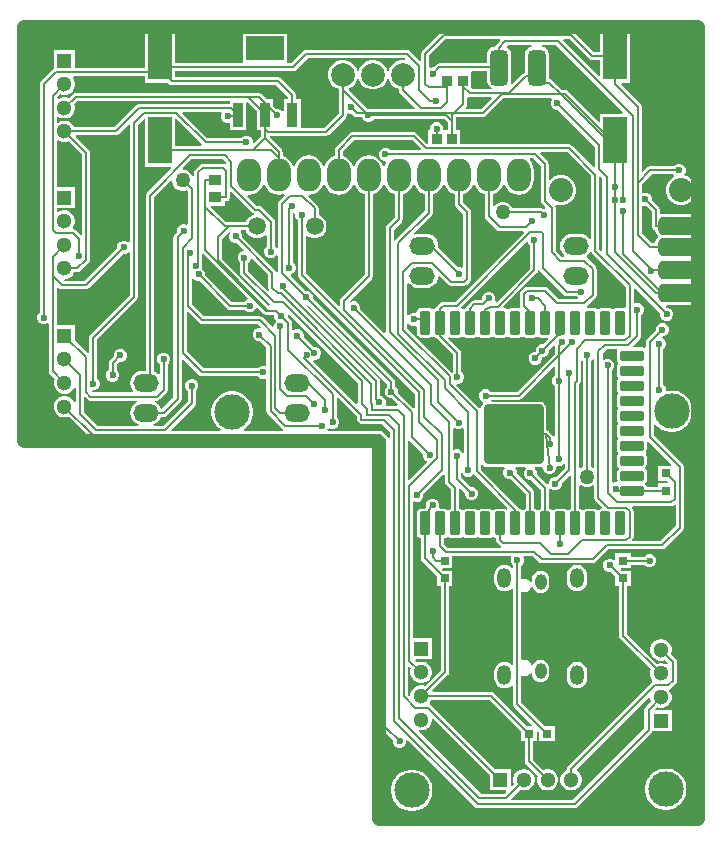
<source format=gtl>
G04*
G04 #@! TF.GenerationSoftware,Altium Limited,Altium Designer,22.2.1 (43)*
G04*
G04 Layer_Physical_Order=1*
G04 Layer_Color=255*
%FSLAX44Y44*%
%MOMM*%
G71*
G04*
G04 #@! TF.SameCoordinates,82B9A7A7-C451-481E-A025-ABCBCC36AE2A*
G04*
G04*
G04 #@! TF.FilePolarity,Positive*
G04*
G01*
G75*
%ADD17C,1.2000*%
G04:AMPARAMS|DCode=18|XSize=3mm|YSize=1.524mm|CornerRadius=0.381mm|HoleSize=0mm|Usage=FLASHONLY|Rotation=0.000|XOffset=0mm|YOffset=0mm|HoleType=Round|Shape=RoundedRectangle|*
%AMROUNDEDRECTD18*
21,1,3.0000,0.7620,0,0,0.0*
21,1,2.2380,1.5240,0,0,0.0*
1,1,0.7620,1.1190,-0.3810*
1,1,0.7620,-1.1190,-0.3810*
1,1,0.7620,-1.1190,0.3810*
1,1,0.7620,1.1190,0.3810*
%
%ADD18ROUNDEDRECTD18*%
G04:AMPARAMS|DCode=19|XSize=1.524mm|YSize=3mm|CornerRadius=0.381mm|HoleSize=0mm|Usage=FLASHONLY|Rotation=0.000|XOffset=0mm|YOffset=0mm|HoleType=Round|Shape=RoundedRectangle|*
%AMROUNDEDRECTD19*
21,1,1.5240,2.2380,0,0,0.0*
21,1,0.7620,3.0000,0,0,0.0*
1,1,0.7620,0.3810,-1.1190*
1,1,0.7620,-0.3810,-1.1190*
1,1,0.7620,-0.3810,1.1190*
1,1,0.7620,0.3810,1.1190*
%
%ADD19ROUNDEDRECTD19*%
G04:AMPARAMS|DCode=20|XSize=1.5mm|YSize=3mm|CornerRadius=0.375mm|HoleSize=0mm|Usage=FLASHONLY|Rotation=0.000|XOffset=0mm|YOffset=0mm|HoleType=Round|Shape=RoundedRectangle|*
%AMROUNDEDRECTD20*
21,1,1.5000,2.2500,0,0,0.0*
21,1,0.7500,3.0000,0,0,0.0*
1,1,0.7500,0.3750,-1.1250*
1,1,0.7500,-0.3750,-1.1250*
1,1,0.7500,-0.3750,1.1250*
1,1,0.7500,0.3750,1.1250*
%
%ADD20ROUNDEDRECTD20*%
%ADD21R,0.8000X0.8000*%
G04:AMPARAMS|DCode=22|XSize=2mm|YSize=0.9mm|CornerRadius=0.135mm|HoleSize=0mm|Usage=FLASHONLY|Rotation=90.000|XOffset=0mm|YOffset=0mm|HoleType=Round|Shape=RoundedRectangle|*
%AMROUNDEDRECTD22*
21,1,2.0000,0.6300,0,0,90.0*
21,1,1.7300,0.9000,0,0,90.0*
1,1,0.2700,0.3150,0.8650*
1,1,0.2700,0.3150,-0.8650*
1,1,0.2700,-0.3150,-0.8650*
1,1,0.2700,-0.3150,0.8650*
%
%ADD22ROUNDEDRECTD22*%
G04:AMPARAMS|DCode=23|XSize=2mm|YSize=0.9mm|CornerRadius=0.135mm|HoleSize=0mm|Usage=FLASHONLY|Rotation=180.000|XOffset=0mm|YOffset=0mm|HoleType=Round|Shape=RoundedRectangle|*
%AMROUNDEDRECTD23*
21,1,2.0000,0.6300,0,0,180.0*
21,1,1.7300,0.9000,0,0,180.0*
1,1,0.2700,-0.8650,0.3150*
1,1,0.2700,0.8650,0.3150*
1,1,0.2700,0.8650,-0.3150*
1,1,0.2700,-0.8650,-0.3150*
%
%ADD23ROUNDEDRECTD23*%
G04:AMPARAMS|DCode=24|XSize=5mm|YSize=5mm|CornerRadius=0.25mm|HoleSize=0mm|Usage=FLASHONLY|Rotation=90.000|XOffset=0mm|YOffset=0mm|HoleType=Round|Shape=RoundedRectangle|*
%AMROUNDEDRECTD24*
21,1,5.0000,4.5000,0,0,90.0*
21,1,4.5000,5.0000,0,0,90.0*
1,1,0.5000,2.2500,2.2500*
1,1,0.5000,2.2500,-2.2500*
1,1,0.5000,-2.2500,-2.2500*
1,1,0.5000,-2.2500,2.2500*
%
%ADD24ROUNDEDRECTD24*%
%ADD25R,0.8000X0.8000*%
%ADD26R,2.0000X4.0000*%
%ADD27R,1.1000X0.9500*%
%ADD28R,0.8500X0.9500*%
%ADD29R,3.2000X2.1000*%
%ADD30R,0.9000X2.1000*%
%ADD44R,1.3000X1.3000*%
%ADD45C,1.3000*%
%ADD46R,1.3000X1.3000*%
%ADD58C,0.1640*%
%ADD59O,2.1590X1.5240*%
%ADD60C,1.5000*%
%ADD61C,2.0000*%
%ADD62O,0.9500X1.3500*%
%ADD63O,1.2000X1.7000*%
%ADD64C,2.0320*%
%ADD65O,2.0320X2.7940*%
%ADD66C,3.0000*%
%ADD67C,0.6000*%
%ADD68C,1.2700*%
G36*
X492970Y823695D02*
X489578Y820302D01*
X488835Y819191D01*
X488730Y818663D01*
X488250D01*
X485796Y818175D01*
X483715Y816785D01*
X482325Y814704D01*
X481837Y812250D01*
Y804542D01*
X441198D01*
X439887Y804281D01*
X438776Y803538D01*
X436559Y801322D01*
X434762D01*
X433986Y801000D01*
X432930Y801706D01*
Y811381D01*
X446417Y824868D01*
X492484D01*
X492970Y823695D01*
D02*
G37*
G36*
X412374Y808766D02*
X412266Y808355D01*
X411690Y807540D01*
X408749D01*
X405560Y806686D01*
X402700Y805035D01*
X400365Y802700D01*
X398715Y799840D01*
X398357Y798508D01*
X397043D01*
X396685Y799840D01*
X395034Y802700D01*
X392700Y805035D01*
X389840Y806686D01*
X386651Y807540D01*
X383349D01*
X380160Y806686D01*
X377300Y805035D01*
X374966Y802700D01*
X373315Y799840D01*
X372957Y798508D01*
X371643D01*
X371285Y799840D01*
X369635Y802700D01*
X367300Y805035D01*
X364440Y806686D01*
X361251Y807540D01*
X357949D01*
X354760Y806686D01*
X351900Y805035D01*
X349566Y802700D01*
X347915Y799840D01*
X347060Y796651D01*
Y793349D01*
X347915Y790160D01*
X349566Y787300D01*
X351900Y784966D01*
X354760Y783315D01*
X356174Y782936D01*
Y762339D01*
X344021Y750186D01*
X323860D01*
Y774042D01*
X320246D01*
Y777412D01*
X319985Y778723D01*
X319243Y779834D01*
X307222Y791854D01*
X306111Y792597D01*
X304800Y792858D01*
X217540D01*
Y797944D01*
X317500D01*
X318811Y798205D01*
X319922Y798948D01*
X330095Y809120D01*
X412120D01*
X412374Y808766D01*
D02*
G37*
G36*
X568584Y808077D02*
X569695Y807335D01*
X571006Y807074D01*
X577460D01*
Y794040D01*
X576287Y793554D01*
X546146Y823695D01*
X546632Y824868D01*
X551793D01*
X568584Y808077D01*
D02*
G37*
G36*
X519454Y818518D02*
X517713Y818172D01*
X515612Y816768D01*
X514209Y814668D01*
X513716Y812190D01*
Y796796D01*
X513039Y796661D01*
X511928Y795918D01*
X502764Y786755D01*
X502239Y787015D01*
X501716Y787503D01*
X502163Y789750D01*
Y812250D01*
X501675Y814704D01*
X500285Y816785D01*
X499050Y817610D01*
X498818Y819044D01*
X499440Y819788D01*
X519329D01*
X519454Y818518D01*
D02*
G37*
G36*
X481837Y789750D02*
X482325Y787296D01*
X483715Y785215D01*
X485582Y783968D01*
X485479Y782984D01*
X485371Y782698D01*
X469711D01*
X468540Y783869D01*
Y797290D01*
X469644Y797690D01*
X481837D01*
Y789750D01*
D02*
G37*
G36*
X467360Y775846D02*
X485116D01*
X485602Y774673D01*
X476736Y765807D01*
X464081D01*
X463596Y766981D01*
X464173Y767558D01*
X464915Y768669D01*
X465176Y769980D01*
Y775279D01*
X466446Y776028D01*
X467360Y775846D01*
D02*
G37*
G36*
X373315Y790160D02*
X374966Y787300D01*
X377300Y784966D01*
X380160Y783315D01*
X383349Y782460D01*
X386651D01*
X389840Y783315D01*
X392700Y784966D01*
X395034Y787300D01*
X396685Y790160D01*
X397043Y791493D01*
X398357D01*
X398715Y790160D01*
X400365Y787300D01*
X402700Y784966D01*
X405560Y783315D01*
X406974Y782936D01*
Y782042D01*
X407235Y780731D01*
X407978Y779620D01*
X420617Y766981D01*
X420131Y765807D01*
X383519D01*
X382402Y766270D01*
X380559D01*
X364668Y782161D01*
X364992Y783633D01*
X367300Y784966D01*
X369635Y787300D01*
X371285Y790160D01*
X371643Y791493D01*
X372957D01*
X373315Y790160D01*
D02*
G37*
G36*
X192460Y787960D02*
X211533D01*
X212483Y787010D01*
X213595Y786267D01*
X214906Y786006D01*
X303381D01*
X313395Y775993D01*
Y774042D01*
X309780D01*
Y764482D01*
X309566Y764356D01*
X308510Y764092D01*
X307176Y765427D01*
X305140Y766270D01*
X303343D01*
X300860Y768753D01*
Y774042D01*
X295571D01*
X290712Y778900D01*
X289601Y779643D01*
X288290Y779904D01*
X133478D01*
X132167Y779643D01*
X131056Y778900D01*
X127547Y775391D01*
X127490Y775424D01*
X125190Y776040D01*
X122810D01*
X120511Y775424D01*
X119381Y774772D01*
X118022Y775393D01*
X117919Y776074D01*
X120454Y778609D01*
X120511Y778576D01*
X122810Y777960D01*
X125190D01*
X127490Y778576D01*
X129551Y779766D01*
X131234Y781450D01*
X132424Y783511D01*
X133040Y785810D01*
Y788190D01*
X132424Y790490D01*
X131347Y792356D01*
X131760Y793626D01*
X192460D01*
Y787960D01*
D02*
G37*
G36*
X263780Y770467D02*
X187459D01*
X186148Y770206D01*
X185037Y769463D01*
X165999Y750426D01*
X132441D01*
X132424Y750489D01*
X131234Y752551D01*
X129551Y754234D01*
X127490Y755424D01*
X125190Y756040D01*
X122810D01*
X120511Y755424D01*
X118742Y754402D01*
X117472Y754887D01*
Y759113D01*
X118742Y759598D01*
X120511Y758576D01*
X122810Y757960D01*
X125190D01*
X127490Y758576D01*
X129551Y759766D01*
X131234Y761450D01*
X132424Y763511D01*
X133040Y765810D01*
Y768190D01*
X132424Y770490D01*
X132391Y770546D01*
X134897Y773052D01*
X263780D01*
Y770467D01*
D02*
G37*
G36*
X596938Y763214D02*
X596452Y762040D01*
X577460D01*
Y755281D01*
X576287Y754795D01*
X550188Y780893D01*
X549077Y781636D01*
X547766Y781897D01*
X545526D01*
X536838Y790584D01*
X535727Y791327D01*
X534416Y791588D01*
X534285D01*
Y812190D01*
X533792Y814668D01*
X532389Y816768D01*
X530288Y818172D01*
X528546Y818518D01*
X528672Y819788D01*
X540363D01*
X596938Y763214D01*
D02*
G37*
G36*
X365420Y761921D02*
X367217D01*
X369180Y759959D01*
X370291Y759217D01*
X371602Y758956D01*
X375993D01*
X376557Y757592D01*
X378116Y756033D01*
X380152Y755190D01*
X382402D01*
X384438Y756033D01*
X385709Y757304D01*
X445875D01*
X449074Y754105D01*
Y748040D01*
X444646D01*
X444540Y748198D01*
Y750402D01*
X443697Y752438D01*
X442138Y753997D01*
X440102Y754840D01*
X437898D01*
X435862Y753997D01*
X434303Y752438D01*
X433460Y750402D01*
Y748198D01*
X433354Y748040D01*
X432210D01*
Y737243D01*
X430940Y736717D01*
X422538Y745118D01*
X421427Y745861D01*
X420116Y746122D01*
X367376D01*
X366065Y745861D01*
X364953Y745118D01*
X353778Y733942D01*
X353035Y732831D01*
X352774Y731520D01*
Y726137D01*
X349795Y724903D01*
X347142Y722868D01*
X345107Y720215D01*
X344187Y717996D01*
X342813D01*
X341893Y720215D01*
X339858Y722868D01*
X337205Y724903D01*
X334115Y726183D01*
X330800Y726620D01*
X327485Y726183D01*
X324395Y724903D01*
X321742Y722868D01*
X319706Y720215D01*
X318787Y717996D01*
X317413D01*
X316493Y720215D01*
X314458Y722868D01*
X311805Y724903D01*
X308826Y726137D01*
Y729488D01*
X308565Y730799D01*
X307822Y731910D01*
X297669Y742064D01*
X298185Y743334D01*
X345440D01*
X346751Y743595D01*
X347862Y744338D01*
X362022Y758498D01*
X362765Y759609D01*
X363026Y760920D01*
Y761539D01*
X364296Y762387D01*
X365420Y761921D01*
D02*
G37*
G36*
X286780Y764253D02*
Y747962D01*
X290394D01*
Y743041D01*
X284686Y737333D01*
X283416Y737859D01*
Y738972D01*
X282573Y741008D01*
X281014Y742567D01*
X278978Y743410D01*
X276774D01*
X274738Y742567D01*
X273467Y741296D01*
X244850D01*
X223704Y762442D01*
X224190Y763615D01*
X256535D01*
X257370Y762345D01*
X256842Y761070D01*
Y758866D01*
X257685Y756830D01*
X259244Y755271D01*
X261280Y754428D01*
X263484D01*
X263780Y754230D01*
Y747962D01*
X277860D01*
Y771377D01*
X279130Y771903D01*
X286780Y764253D01*
D02*
G37*
G36*
X240250Y736206D02*
X239724Y734936D01*
X217540D01*
Y757256D01*
X218713Y757742D01*
X240250Y736206D01*
D02*
G37*
G36*
X425912Y732055D02*
X425426Y730882D01*
X400141D01*
X398870Y732153D01*
X396834Y732996D01*
X394630D01*
X392594Y732153D01*
X391035Y730594D01*
X390192Y728558D01*
Y726354D01*
X391035Y724318D01*
X392594Y722759D01*
X394630Y721916D01*
X395611D01*
X396237Y720646D01*
X395906Y720215D01*
X394987Y717996D01*
X393613D01*
X392693Y720215D01*
X390658Y722868D01*
X388005Y724903D01*
X384915Y726183D01*
X381600Y726620D01*
X378285Y726183D01*
X375195Y724903D01*
X372542Y722868D01*
X370507Y720215D01*
X369587Y717996D01*
X368213D01*
X367293Y720215D01*
X365258Y722868D01*
X362605Y724903D01*
X359626Y726137D01*
Y730101D01*
X368795Y739270D01*
X418697D01*
X425912Y732055D01*
D02*
G37*
G36*
X261225Y720466D02*
X261118Y719978D01*
X259692Y719403D01*
X259629Y719445D01*
X258318Y719706D01*
X241046D01*
X239735Y719445D01*
X238624Y718702D01*
X234570Y714649D01*
X233827Y713537D01*
X233566Y712226D01*
Y709270D01*
X232312Y709043D01*
X231142Y711071D01*
X229487Y712726D01*
X227459Y713896D01*
X225198Y714502D01*
X224573D01*
X224047Y715772D01*
X231543Y723268D01*
X258423D01*
X261225Y720466D01*
D02*
G37*
G36*
X536473Y773775D02*
X535734Y771992D01*
Y769788D01*
X536577Y767752D01*
X538136Y766193D01*
X540172Y765350D01*
X541969D01*
X573154Y734165D01*
Y717215D01*
X571981Y716729D01*
X553752Y734958D01*
X552640Y735701D01*
X551329Y735962D01*
X459290D01*
Y748040D01*
X455926D01*
Y758956D01*
X478156D01*
X479467Y759217D01*
X480578Y759959D01*
X495664Y775045D01*
X535935D01*
X536473Y773775D01*
D02*
G37*
G36*
X527180Y717655D02*
Y688360D01*
X527441Y687049D01*
X528184Y685938D01*
X531163Y682958D01*
X530637Y681688D01*
X528996D01*
X528892Y681645D01*
X527812Y681860D01*
X503332D01*
X503330Y681865D01*
X502160Y683893D01*
X500505Y685548D01*
X498477Y686718D01*
X496216Y687324D01*
X493876D01*
X491615Y686718D01*
X489587Y685548D01*
X487932Y683893D01*
X487896Y683829D01*
X486626Y684170D01*
Y693863D01*
X489605Y695097D01*
X492258Y697132D01*
X494293Y699785D01*
X495213Y702005D01*
X496587D01*
X497506Y699785D01*
X499542Y697132D01*
X502195Y695097D01*
X505285Y693817D01*
X508600Y693381D01*
X511915Y693817D01*
X515005Y695097D01*
X517658Y697132D01*
X519693Y699785D01*
X520973Y702875D01*
X521409Y706190D01*
Y713810D01*
X520973Y717125D01*
X519693Y720215D01*
X517740Y722760D01*
X517906Y723600D01*
X518052Y724030D01*
X520805D01*
X527180Y717655D01*
D02*
G37*
G36*
X294307Y699785D02*
X296342Y697132D01*
X298995Y695097D01*
X302085Y693817D01*
X305400Y693381D01*
X308715Y693817D01*
X310018Y694356D01*
X310737Y693280D01*
X305669Y688212D01*
X304927Y687101D01*
X304666Y685790D01*
Y648562D01*
X303423Y648303D01*
X303396Y648303D01*
X302130Y649569D01*
Y670560D01*
X301869Y671871D01*
X301126Y672982D01*
X290966Y683142D01*
X289855Y683885D01*
X288544Y684146D01*
X286915D01*
X278725Y692335D01*
X279287Y693474D01*
X280000Y693381D01*
X283315Y693817D01*
X286405Y695097D01*
X289058Y697132D01*
X291093Y699785D01*
X292013Y702005D01*
X293387D01*
X294307Y699785D01*
D02*
G37*
G36*
X660745Y834991D02*
Y671889D01*
X659475Y671764D01*
X659172Y673288D01*
X657768Y675388D01*
X655668Y676792D01*
X653190Y677284D01*
X630810D01*
X629282Y676980D01*
X628012Y677988D01*
Y680720D01*
X627751Y682031D01*
X627008Y683142D01*
X621236Y688915D01*
Y690712D01*
X620393Y692748D01*
X618834Y694307D01*
X616798Y695150D01*
X614594D01*
X613786Y694815D01*
X612730Y695521D01*
Y702119D01*
X621179Y710568D01*
X639599D01*
X640348Y709671D01*
X640108Y708378D01*
X638003Y707162D01*
X635638Y704798D01*
X633966Y701902D01*
X633101Y698672D01*
Y695328D01*
X633966Y692098D01*
X635638Y689202D01*
X638003Y686837D01*
X640899Y685165D01*
X644129Y684300D01*
X647473D01*
X650703Y685165D01*
X653599Y686837D01*
X655963Y689202D01*
X657635Y692098D01*
X658501Y695328D01*
Y698672D01*
X657635Y701902D01*
X655963Y704798D01*
X653599Y707162D01*
X650703Y708834D01*
X649067Y709273D01*
X648738Y710499D01*
X649095Y710856D01*
X649938Y712892D01*
Y715096D01*
X649095Y717132D01*
X647536Y718691D01*
X645500Y719534D01*
X643296D01*
X641260Y718691D01*
X639989Y717420D01*
X619760D01*
X618449Y717159D01*
X617338Y716416D01*
X613903Y712982D01*
X612730Y713468D01*
Y767906D01*
X612469Y769217D01*
X611726Y770328D01*
X595268Y786786D01*
X595754Y787960D01*
X602540D01*
Y833040D01*
X577460D01*
Y813926D01*
X572425D01*
X555634Y830716D01*
X554523Y831459D01*
X553212Y831720D01*
X444998D01*
X443687Y831459D01*
X442575Y830716D01*
X427081Y815222D01*
X426339Y814111D01*
X426078Y812800D01*
Y806992D01*
X424905Y806506D01*
X416442Y814968D01*
X415331Y815711D01*
X414020Y815972D01*
X328676D01*
X327365Y815711D01*
X326254Y814968D01*
X316081Y804796D01*
X313561D01*
X312360Y804962D01*
X312360Y806066D01*
Y831042D01*
X275280D01*
Y806066D01*
X275280Y804962D01*
X274079Y804796D01*
X217540D01*
Y833040D01*
X192460D01*
Y800478D01*
X133040D01*
Y816040D01*
X114960D01*
Y800007D01*
X114164Y799474D01*
X104258Y789568D01*
X103515Y788457D01*
X103254Y787146D01*
Y593689D01*
X101983Y592418D01*
X101140Y590382D01*
Y588178D01*
X101983Y586142D01*
X103542Y584583D01*
X105578Y583740D01*
X107782D01*
X109350Y584390D01*
X110620Y583726D01*
Y543954D01*
X110881Y542643D01*
X111624Y541532D01*
X115609Y537546D01*
X115576Y537489D01*
X114960Y535190D01*
Y532810D01*
X115576Y530511D01*
X116767Y528449D01*
X118450Y526766D01*
X120511Y525576D01*
X122810Y524960D01*
X125190D01*
X127490Y525576D01*
X129551Y526766D01*
X131234Y528449D01*
X132200Y530122D01*
X133470Y529782D01*
Y518218D01*
X132200Y517878D01*
X131234Y519551D01*
X129551Y521234D01*
X127490Y522424D01*
X125190Y523040D01*
X122810D01*
X120511Y522424D01*
X118450Y521234D01*
X116767Y519551D01*
X115576Y517489D01*
X114960Y515190D01*
Y512810D01*
X115576Y510511D01*
X116767Y508449D01*
X118450Y506766D01*
X120511Y505576D01*
X122810Y504960D01*
X125190D01*
X127490Y505576D01*
X127547Y505609D01*
X145612Y487544D01*
X146723Y486801D01*
X148034Y486540D01*
X388758D01*
X388937Y486270D01*
X388255Y485000D01*
X90000D01*
Y834102D01*
X90898Y835000D01*
X660745Y834991D01*
D02*
G37*
G36*
X569990Y709031D02*
Y655985D01*
X568720Y655554D01*
X567421Y657246D01*
X565299Y658875D01*
X562827Y659899D01*
X560175Y660248D01*
X553825D01*
X551173Y659899D01*
X548701Y658875D01*
X546579Y657246D01*
X544950Y655124D01*
X543927Y652653D01*
X543577Y650000D01*
X543927Y647348D01*
X544950Y644876D01*
X546579Y642754D01*
X547254Y642236D01*
X546823Y640966D01*
X544979D01*
X539884Y646061D01*
Y682508D01*
X539623Y683819D01*
X540459Y684855D01*
X542529Y684300D01*
X545873D01*
X549103Y685165D01*
X551999Y686837D01*
X554363Y689202D01*
X556035Y692098D01*
X556901Y695328D01*
Y698672D01*
X556035Y701902D01*
X554363Y704798D01*
X551999Y707162D01*
X549103Y708834D01*
X545873Y709700D01*
X542529D01*
X539299Y708834D01*
X536403Y707162D01*
X535302Y706062D01*
X534032Y706588D01*
Y719074D01*
X533771Y720385D01*
X533028Y721496D01*
X526588Y727937D01*
X527074Y729110D01*
X549910D01*
X569990Y709031D01*
D02*
G37*
G36*
X283074Y678298D02*
X284185Y677555D01*
X284400Y677512D01*
X284442Y676209D01*
X283125Y675856D01*
X280835Y674534D01*
X278966Y672665D01*
X277644Y670375D01*
X277524Y669926D01*
X261003D01*
X247892Y683036D01*
X248378Y684210D01*
X259790D01*
Y688074D01*
X260858D01*
X262169Y688335D01*
X263280Y689077D01*
X264023Y690189D01*
X264284Y691500D01*
Y695428D01*
X265457Y695914D01*
X283074Y678298D01*
D02*
G37*
G36*
X215138Y705067D02*
Y704442D01*
X215744Y702181D01*
X216914Y700153D01*
X218569Y698498D01*
X220597Y697328D01*
X222858Y696722D01*
X225198D01*
X227459Y697328D01*
X227464Y697331D01*
X228343Y696453D01*
Y668703D01*
X227073Y667855D01*
X226176Y668226D01*
X223972D01*
X221936Y667383D01*
X220377Y665824D01*
X219534Y663788D01*
Y661991D01*
X217288Y659744D01*
X216545Y658633D01*
X216284Y657322D01*
Y521703D01*
X206926Y512345D01*
X205545Y512528D01*
X205050Y513724D01*
X203421Y515846D01*
X201299Y517475D01*
X200485Y517812D01*
X200738Y519082D01*
X202233D01*
X203544Y519342D01*
X204656Y520085D01*
X210468Y525898D01*
X211211Y527009D01*
X211472Y528320D01*
Y549799D01*
X212742Y551070D01*
X213586Y553106D01*
Y555310D01*
X212742Y557346D01*
X211184Y558905D01*
X209148Y559748D01*
X206944D01*
X204908Y558905D01*
X203349Y557346D01*
X202506Y555310D01*
Y553106D01*
X203349Y551070D01*
X204620Y549799D01*
Y541653D01*
X203813Y541379D01*
X203350Y541301D01*
X201299Y542875D01*
X199514Y543614D01*
Y691239D01*
X213868Y705593D01*
X215138Y705067D01*
D02*
G37*
G36*
X120511Y738576D02*
X122810Y737960D01*
X125190D01*
X127490Y738576D01*
X127547Y738609D01*
X138975Y727180D01*
Y659384D01*
X137705Y658858D01*
X133232Y663330D01*
X132121Y664073D01*
X131731Y664150D01*
X131252Y665402D01*
X131283Y665535D01*
X132424Y667511D01*
X133040Y669810D01*
Y672190D01*
X132424Y674489D01*
X131234Y676551D01*
X129551Y678234D01*
X127490Y679424D01*
X125190Y680040D01*
X122810D01*
X120511Y679424D01*
X118742Y678402D01*
X117472Y678887D01*
Y681960D01*
X133040D01*
Y700040D01*
X117472D01*
Y739113D01*
X118742Y739597D01*
X120511Y738576D01*
D02*
G37*
G36*
X345107Y699785D02*
X347142Y697132D01*
X349795Y695097D01*
X352885Y693817D01*
X356200Y693381D01*
X359515Y693817D01*
X362605Y695097D01*
X365258Y697132D01*
X367293Y699785D01*
X368213Y702005D01*
X369587D01*
X370507Y699785D01*
X372542Y697132D01*
X375195Y695097D01*
X378174Y693863D01*
Y625843D01*
X358258Y605926D01*
X357515Y604815D01*
X357254Y603504D01*
Y599731D01*
X356081Y599245D01*
X328292Y627034D01*
Y658150D01*
X329465Y658636D01*
X329636Y658466D01*
X331925Y657144D01*
X334478Y656460D01*
X337122D01*
X339675Y657144D01*
X341965Y658466D01*
X343834Y660335D01*
X345156Y662625D01*
X345840Y665178D01*
Y667822D01*
X345156Y670375D01*
X343834Y672665D01*
X341965Y674534D01*
X339675Y675856D01*
X339226Y675976D01*
Y681978D01*
X338965Y683289D01*
X338223Y684400D01*
X330331Y692291D01*
X331011Y693408D01*
X334115Y693817D01*
X337205Y695097D01*
X339858Y697132D01*
X341893Y699785D01*
X342813Y702005D01*
X344187D01*
X345107Y699785D01*
D02*
G37*
G36*
X421306D02*
X423342Y697132D01*
X425995Y695097D01*
X428974Y693863D01*
Y679691D01*
X404196Y654913D01*
X403984Y654595D01*
X402714Y654981D01*
Y663715D01*
X409422Y670424D01*
X410165Y671535D01*
X410426Y672846D01*
Y693863D01*
X413405Y695097D01*
X416058Y697132D01*
X418093Y699785D01*
X419013Y702005D01*
X420387D01*
X421306Y699785D01*
D02*
G37*
G36*
X179200Y752278D02*
Y653645D01*
X177930Y653119D01*
X177382Y653667D01*
X175346Y654510D01*
X173142D01*
X171106Y653667D01*
X169547Y652108D01*
X168704Y650072D01*
Y648275D01*
X140567Y620138D01*
X123870D01*
X123455Y620690D01*
X124089Y621960D01*
X125190D01*
X127490Y622576D01*
X129551Y623766D01*
X131234Y625449D01*
X132424Y627511D01*
X132441Y627574D01*
X134945D01*
X136256Y627835D01*
X137367Y628578D01*
X144823Y636034D01*
X145566Y637145D01*
X145826Y638456D01*
Y728599D01*
X145566Y729911D01*
X144823Y731022D01*
X133541Y742304D01*
X134067Y743574D01*
X167418D01*
X168729Y743835D01*
X169840Y744577D01*
X178027Y752764D01*
X179200Y752278D01*
D02*
G37*
G36*
X614594Y684070D02*
X616391D01*
X621160Y679301D01*
Y667000D01*
X621421Y665689D01*
X622164Y664577D01*
X623275Y663835D01*
X624336Y663624D01*
Y663190D01*
X624829Y660712D01*
X626232Y658612D01*
Y657388D01*
X624829Y655288D01*
X624336Y652810D01*
Y652426D01*
X621179D01*
X612730Y660875D01*
Y683699D01*
X613786Y684405D01*
X614594Y684070D01*
D02*
G37*
G36*
X579504Y707241D02*
Y646454D01*
X578331Y645968D01*
X576842Y647457D01*
Y708244D01*
X578015Y708730D01*
X579504Y707241D01*
D02*
G37*
G36*
X446707Y699785D02*
X448742Y697132D01*
X451395Y695097D01*
X454374Y693863D01*
Y685800D01*
X454635Y684489D01*
X455378Y683378D01*
X461394Y677361D01*
Y632425D01*
X460124Y631576D01*
X459332Y631904D01*
X457535D01*
X440308Y649131D01*
X440423Y650000D01*
X440073Y652653D01*
X439050Y655124D01*
X437421Y657246D01*
X435299Y658875D01*
X432827Y659899D01*
X430175Y660248D01*
X423825D01*
X421173Y659899D01*
X420311Y659542D01*
X419591Y660618D01*
X434822Y675850D01*
X435565Y676961D01*
X435826Y678272D01*
Y693863D01*
X438805Y695097D01*
X441458Y697132D01*
X443493Y699785D01*
X444413Y702005D01*
X445787D01*
X446707Y699785D01*
D02*
G37*
G36*
X277644Y662625D02*
X278966Y660335D01*
X280835Y658466D01*
X283125Y657144D01*
X285678Y656460D01*
X288322D01*
X290875Y657144D01*
X293165Y658466D01*
X294008Y659309D01*
X295278Y658783D01*
Y649569D01*
X294007Y648298D01*
X293164Y646262D01*
Y644058D01*
X294007Y642022D01*
X295566Y640463D01*
X297602Y639620D01*
X299806D01*
X301842Y640463D01*
X303396Y642017D01*
X303423Y642017D01*
X304666Y641758D01*
Y627963D01*
X303396Y627838D01*
X303263Y628507D01*
X302520Y629618D01*
X274704Y657435D01*
Y659232D01*
X273860Y661268D01*
X273325Y661804D01*
X273851Y663074D01*
X277524D01*
X277644Y662625D01*
D02*
G37*
G36*
X472107Y699785D02*
X474142Y697132D01*
X476795Y695097D01*
X479774Y693863D01*
Y675294D01*
X480035Y673983D01*
X480778Y672872D01*
X490338Y663312D01*
X491449Y662569D01*
X492760Y662308D01*
X512524D01*
X513010Y661135D01*
X454741Y602866D01*
X444610D01*
X443299Y602605D01*
X442188Y601862D01*
X439648Y599322D01*
X438905Y598211D01*
X438781Y597589D01*
X437402Y597314D01*
X436625Y596795D01*
X435720Y596558D01*
X434816Y596795D01*
X434038Y597314D01*
X432520Y597616D01*
X426220D01*
X424702Y597314D01*
X423416Y596455D01*
X422556Y595168D01*
X422343Y594099D01*
X421143Y593222D01*
X420964Y593296D01*
X418760D01*
X416724Y592453D01*
X415668Y591397D01*
X414398Y591923D01*
Y618110D01*
X415668Y618541D01*
X416579Y617354D01*
X418701Y615726D01*
X421173Y614702D01*
X423825Y614352D01*
X430175D01*
X432827Y614702D01*
X435299Y615726D01*
X437421Y617354D01*
X439050Y619476D01*
X440073Y621948D01*
X440359Y624118D01*
X441624Y624649D01*
X448936Y617338D01*
X450047Y616595D01*
X451358Y616334D01*
X462280D01*
X463591Y616595D01*
X464702Y617338D01*
X467242Y619878D01*
X467985Y620989D01*
X468246Y622300D01*
Y678780D01*
X467985Y680091D01*
X467242Y681202D01*
X461226Y687219D01*
Y693863D01*
X464205Y695097D01*
X466858Y697132D01*
X468893Y699785D01*
X469813Y702005D01*
X471187D01*
X472107Y699785D01*
D02*
G37*
G36*
X179200Y644295D02*
Y607971D01*
X145914Y574684D01*
X145171Y573573D01*
X144910Y572262D01*
Y559731D01*
X143640Y559205D01*
X133040Y569805D01*
Y583040D01*
X117472D01*
Y614656D01*
X118645Y615142D01*
X119498Y614290D01*
X120609Y613547D01*
X121920Y613286D01*
X141986D01*
X143297Y613547D01*
X144408Y614290D01*
X173549Y643430D01*
X175346D01*
X177382Y644273D01*
X177930Y644821D01*
X179200Y644295D01*
D02*
G37*
G36*
X296672Y625777D02*
Y614579D01*
X296933Y613268D01*
X297164Y612922D01*
X296178Y612113D01*
X279524Y628767D01*
Y635671D01*
X280795Y636942D01*
X281638Y638978D01*
Y639152D01*
X282811Y639638D01*
X296672Y625777D01*
D02*
G37*
G36*
X526793Y628634D02*
X546726Y608702D01*
X547837Y607959D01*
X549148Y607698D01*
X557185D01*
X558456Y606427D01*
X559082Y606168D01*
X558830Y604898D01*
X542713D01*
X533293Y614319D01*
X532181Y615061D01*
X530870Y615322D01*
X515620D01*
X514309Y615061D01*
X513198Y614319D01*
X510647Y611768D01*
X509905Y610657D01*
X509644Y609346D01*
Y599296D01*
X509762Y598704D01*
X508743Y597612D01*
X508720Y597616D01*
X502420D01*
X500902Y597314D01*
X500125Y596795D01*
X499220Y596558D01*
X498316Y596795D01*
X497538Y597314D01*
X496260Y597569D01*
X495630Y598735D01*
X523899Y627004D01*
X524641Y628115D01*
X524902Y629426D01*
X525242Y629521D01*
X526172Y629563D01*
X526793Y628634D01*
D02*
G37*
G36*
X516347Y652987D02*
X516780Y651942D01*
X518050Y650671D01*
Y630845D01*
X490017Y602812D01*
X489602Y602853D01*
X488795Y604176D01*
X488902Y604434D01*
Y606638D01*
X488059Y608674D01*
X486500Y610233D01*
X484464Y611076D01*
X482260D01*
X480224Y610233D01*
X478665Y608674D01*
X477822Y606638D01*
Y604841D01*
X476863Y603882D01*
X471026D01*
X469715Y603621D01*
X468604Y602878D01*
X465048Y599322D01*
X464305Y598211D01*
X464181Y597589D01*
X462803Y597314D01*
X462025Y596795D01*
X461340Y596615D01*
X460198Y597230D01*
X460025Y598461D01*
X514849Y653285D01*
X516347Y652987D01*
D02*
G37*
G36*
X279036Y605882D02*
X278738Y604383D01*
X277862Y604021D01*
X276591Y602750D01*
X265695D01*
X243204Y625241D01*
Y627038D01*
X242360Y629074D01*
X240802Y630633D01*
X240134Y630910D01*
X240530Y631866D01*
Y634070D01*
X240333Y634545D01*
X240418Y634970D01*
Y642840D01*
X241591Y643326D01*
X279036Y605882D01*
D02*
G37*
G36*
X263594Y662191D02*
X263773Y662001D01*
X264258Y660764D01*
X263624Y659232D01*
Y657028D01*
X264467Y654992D01*
X266026Y653434D01*
X268062Y652590D01*
X269859D01*
X275656Y646793D01*
X275170Y645620D01*
X274996D01*
X272960Y644777D01*
X271401Y643218D01*
X270558Y641182D01*
Y638978D01*
X271401Y636942D01*
X272672Y635671D01*
Y627347D01*
X272933Y626036D01*
X273676Y624925D01*
X297897Y600704D01*
X297508Y599297D01*
X297375Y599264D01*
X257426Y639213D01*
Y656187D01*
X263457Y662218D01*
X263594Y662191D01*
D02*
G37*
G36*
X570320Y644624D02*
X570993Y643616D01*
X599062Y615547D01*
Y598330D01*
X598080Y597525D01*
X597620Y597616D01*
X591320D01*
X589803Y597314D01*
X589025Y596795D01*
X588120Y596558D01*
X587216Y596795D01*
X586438Y597314D01*
X584920Y597616D01*
X578620D01*
X577103Y597314D01*
X576325Y596795D01*
X575420Y596558D01*
X574516Y596795D01*
X573738Y597314D01*
X572220Y597616D01*
X566443D01*
X566058Y598886D01*
X566302Y599050D01*
X573668Y606416D01*
X574411Y607527D01*
X574672Y608838D01*
Y630174D01*
X574411Y631485D01*
X573668Y632596D01*
X566302Y639962D01*
X566070Y640117D01*
X566020Y641679D01*
X567421Y642754D01*
X568952Y644748D01*
X569605Y644766D01*
X570320Y644624D01*
D02*
G37*
G36*
X234526Y621240D02*
X236562Y620396D01*
X238359D01*
X261853Y596902D01*
X262965Y596159D01*
X264276Y595898D01*
X276591D01*
X277862Y594628D01*
X279898Y593784D01*
X282102D01*
X284138Y594628D01*
X285697Y596186D01*
X286059Y597062D01*
X287558Y597360D01*
X292218Y592700D01*
X293329Y591957D01*
X294640Y591696D01*
X301615D01*
X301800Y591511D01*
Y589714D01*
X302643Y587677D01*
X302808Y587514D01*
X302804Y585721D01*
X302135Y585052D01*
X301292Y583016D01*
Y581844D01*
X300022Y581318D01*
X291891Y589449D01*
X290780Y590192D01*
X289469Y590453D01*
X242178D01*
X231772Y600859D01*
Y622365D01*
X232677Y622693D01*
X233042Y622723D01*
X234526Y621240D01*
D02*
G37*
G36*
X395906Y699785D02*
X397942Y697132D01*
X400595Y695097D01*
X403574Y693863D01*
Y674265D01*
X396866Y667557D01*
X396123Y666445D01*
X395862Y665134D01*
Y577088D01*
X395862Y577087D01*
X394692Y576461D01*
X374348Y596805D01*
Y598602D01*
X373505Y600639D01*
X371946Y602197D01*
X369910Y603040D01*
X367706D01*
X366257Y602440D01*
X365538Y603517D01*
X384022Y622001D01*
X384765Y623113D01*
X385026Y624424D01*
Y693863D01*
X388005Y695097D01*
X390658Y697132D01*
X392693Y699785D01*
X393613Y702005D01*
X394987D01*
X395906Y699785D01*
D02*
G37*
G36*
X512825Y573205D02*
X513602Y572686D01*
X515120Y572384D01*
X521420D01*
X522938Y572686D01*
X523716Y573205D01*
X524620Y573442D01*
X525525Y573205D01*
X526302Y572686D01*
X527820Y572384D01*
X533231D01*
X533757Y571114D01*
X529269Y566626D01*
X527472D01*
X525436Y565783D01*
X523877Y564224D01*
X523034Y562188D01*
Y560530D01*
X521376D01*
X519340Y559687D01*
X517781Y558128D01*
X516938Y556092D01*
Y553888D01*
X517781Y551852D01*
X519340Y550293D01*
X521376Y549450D01*
X523580D01*
X525616Y550293D01*
X527175Y551852D01*
X528018Y553888D01*
Y555546D01*
X529676D01*
X531712Y556389D01*
X533271Y557948D01*
X534114Y559984D01*
Y561781D01*
X537920Y565587D01*
X538061Y565569D01*
X539147Y565018D01*
Y558723D01*
X507089Y526666D01*
X484977D01*
X483706Y527937D01*
X481670Y528780D01*
X479466D01*
X477430Y527937D01*
X475871Y526378D01*
X475028Y524342D01*
Y522138D01*
X475871Y520102D01*
X477430Y518543D01*
X478302Y518182D01*
X478443Y516749D01*
X478167Y516564D01*
X477053Y514897D01*
X476701Y513129D01*
X476262Y512854D01*
X475392Y512687D01*
X455901Y532178D01*
X456427Y533448D01*
X457540D01*
X459576Y534291D01*
X461135Y535850D01*
X461978Y537886D01*
Y540090D01*
X461135Y542126D01*
X459864Y543397D01*
Y559562D01*
X459603Y560873D01*
X458860Y561984D01*
X448849Y571996D01*
X449658Y572982D01*
X450103Y572686D01*
X451620Y572384D01*
X457920D01*
X459438Y572686D01*
X460216Y573205D01*
X461120Y573442D01*
X462025Y573205D01*
X462803Y572686D01*
X464320Y572384D01*
X470620D01*
X472138Y572686D01*
X472916Y573205D01*
X473820Y573442D01*
X474725Y573205D01*
X475503Y572686D01*
X477020Y572384D01*
X483320D01*
X484838Y572686D01*
X485616Y573205D01*
X486520Y573442D01*
X487425Y573205D01*
X488203Y572686D01*
X489720Y572384D01*
X496020D01*
X497538Y572686D01*
X498316Y573205D01*
X499220Y573442D01*
X500125Y573205D01*
X500902Y572686D01*
X502420Y572384D01*
X508720D01*
X510238Y572686D01*
X511016Y573205D01*
X511920Y573442D01*
X512825Y573205D01*
D02*
G37*
G36*
X238337Y584605D02*
X239448Y583862D01*
X240759Y583601D01*
X288050D01*
X290135Y581515D01*
X290134Y581509D01*
X289513Y580342D01*
X287696D01*
X285660Y579499D01*
X284101Y577940D01*
X283258Y575904D01*
Y573700D01*
X284101Y571664D01*
X285660Y570105D01*
X287696Y569262D01*
X289493D01*
X295046Y563710D01*
Y548971D01*
X293990Y548266D01*
X293202Y548592D01*
X290998D01*
X288962Y547749D01*
X287691Y546478D01*
X241702D01*
X227454Y560726D01*
Y593828D01*
X228627Y594314D01*
X238337Y584605D01*
D02*
G37*
G36*
X416724Y583059D02*
X418760Y582216D01*
X420964D01*
X421198Y582313D01*
X422254Y581607D01*
Y576350D01*
X422556Y574832D01*
X423416Y573546D01*
X424702Y572686D01*
X426220Y572384D01*
X432520D01*
X434038Y572686D01*
X434816Y573205D01*
X435720Y573442D01*
X436625Y573205D01*
X437402Y572686D01*
X438920Y572384D01*
X439062D01*
X439648Y571507D01*
X453012Y558143D01*
Y543467D01*
X452065Y542618D01*
X414398Y580285D01*
Y583589D01*
X415668Y584115D01*
X416724Y583059D01*
D02*
G37*
G36*
X192460Y757300D02*
Y716960D01*
X213886D01*
X214372Y715787D01*
X193666Y695080D01*
X192923Y693969D01*
X192662Y692658D01*
Y544248D01*
X189825D01*
X187173Y543899D01*
X184701Y542875D01*
X182579Y541246D01*
X180950Y539124D01*
X179926Y536652D01*
X179577Y534000D01*
X179926Y531348D01*
X180950Y528876D01*
X182234Y527203D01*
X181653Y525933D01*
X147882D01*
X147473Y526442D01*
X148083Y527710D01*
X149438D01*
X151474Y528554D01*
X153033Y530112D01*
X153876Y532148D01*
Y534352D01*
X153033Y536388D01*
X151762Y537659D01*
Y570843D01*
X185048Y604130D01*
X185791Y605241D01*
X186052Y606552D01*
Y752551D01*
X191287Y757786D01*
X192460Y757300D01*
D02*
G37*
G36*
X372197Y534057D02*
Y516840D01*
X370967Y516274D01*
X334772Y552469D01*
X335298Y553739D01*
X336665D01*
X338701Y554582D01*
X340260Y556141D01*
X341103Y558177D01*
Y560381D01*
X340260Y562417D01*
X338701Y563976D01*
X336665Y564819D01*
X334868D01*
X326596Y573091D01*
Y574888D01*
X325753Y576924D01*
X324194Y578483D01*
X322158Y579326D01*
X319954D01*
X318132Y578571D01*
X316862Y579086D01*
Y584720D01*
X316601Y586031D01*
X315858Y587142D01*
X312880Y590121D01*
Y591577D01*
X313892Y592161D01*
X314053Y592200D01*
X372197Y534057D01*
D02*
G37*
G36*
X397332Y533295D02*
Y530909D01*
X396061Y529638D01*
X395218Y527602D01*
Y525398D01*
X396061Y523362D01*
X397620Y521803D01*
X399656Y520960D01*
X401453D01*
X406425Y515988D01*
X405899Y514718D01*
X396576D01*
X395870Y515774D01*
X396192Y516550D01*
Y518754D01*
X395349Y520790D01*
X393790Y522349D01*
X391754Y523192D01*
X391454D01*
Y535516D01*
X391193Y536827D01*
X390451Y537938D01*
X329493Y598896D01*
X329911Y600274D01*
X330280Y600348D01*
X397332Y533295D01*
D02*
G37*
G36*
X318351Y677577D02*
X319326Y676755D01*
Y675046D01*
X320169Y673010D01*
X321440Y671739D01*
Y625615D01*
X321701Y624304D01*
X322444Y623192D01*
X420767Y524869D01*
Y513131D01*
X419497Y512606D01*
X406298Y525805D01*
Y527602D01*
X405454Y529638D01*
X404184Y530909D01*
Y534714D01*
X403923Y536025D01*
X403180Y537137D01*
X334465Y605852D01*
Y607649D01*
X333621Y609685D01*
X332063Y611244D01*
X330027Y612087D01*
X328230D01*
X315586Y624731D01*
X316017Y626096D01*
X317590Y626747D01*
X319149Y628306D01*
X319992Y630342D01*
Y632546D01*
X319149Y634582D01*
X317878Y635853D01*
Y677530D01*
X318153Y677644D01*
X318351Y677577D01*
D02*
G37*
G36*
X143617Y520085D02*
X144729Y519342D01*
X146040Y519082D01*
X185262D01*
X185514Y517812D01*
X184701Y517475D01*
X182579Y515846D01*
X180950Y513724D01*
X179926Y511252D01*
X179577Y508600D01*
X179926Y505948D01*
X180950Y503476D01*
X182579Y501354D01*
X184701Y499725D01*
X186833Y498842D01*
X186580Y497572D01*
X152179D01*
X140322Y509429D01*
Y521721D01*
X141495Y522207D01*
X143617Y520085D01*
D02*
G37*
G36*
X371859Y505692D02*
Y502931D01*
X372120Y501620D01*
X372863Y500509D01*
X373974Y499766D01*
X375285Y499505D01*
X392788D01*
X399682Y492611D01*
Y487816D01*
X398412Y487430D01*
X398154Y487816D01*
X393582Y492388D01*
X392471Y493131D01*
X391160Y493392D01*
X347184D01*
X346669Y494662D01*
X346949Y495336D01*
X347890Y496191D01*
X349926Y495348D01*
X352130D01*
X354166Y496191D01*
X355725Y497750D01*
X356568Y499786D01*
Y501990D01*
X355725Y504026D01*
X354454Y505297D01*
Y521438D01*
X355627Y521924D01*
X371859Y505692D01*
D02*
G37*
G36*
X237861Y540630D02*
X238972Y539887D01*
X240283Y539626D01*
X287691D01*
X288962Y538355D01*
X290998Y537512D01*
X293202D01*
X293990Y537838D01*
X295046Y537133D01*
Y509896D01*
X295306Y508585D01*
X296049Y507474D01*
X308359Y495164D01*
X309110Y494662D01*
X308725Y493392D01*
X276123D01*
X275738Y494662D01*
X277181Y495626D01*
X279624Y498069D01*
X281544Y500942D01*
X282866Y504134D01*
X283540Y507523D01*
Y510978D01*
X282866Y514366D01*
X281544Y517559D01*
X279624Y520431D01*
X277181Y522874D01*
X274308Y524794D01*
X271116Y526116D01*
X267728Y526790D01*
X264272D01*
X260884Y526116D01*
X257692Y524794D01*
X254819Y522874D01*
X252376Y520431D01*
X250456Y517559D01*
X249134Y514366D01*
X248460Y510978D01*
Y507523D01*
X249134Y504134D01*
X250456Y500942D01*
X252376Y498069D01*
X254819Y495626D01*
X256262Y494662D01*
X255877Y493392D01*
X214724D01*
X214238Y494565D01*
X234324Y514652D01*
X235067Y515763D01*
X235328Y517074D01*
Y527213D01*
X236599Y528484D01*
X237442Y530520D01*
Y532724D01*
X236599Y534760D01*
X235040Y536319D01*
X233004Y537162D01*
X230800D01*
X228764Y536319D01*
X227205Y534760D01*
X226362Y532724D01*
Y530520D01*
X227205Y528484D01*
X228476Y527213D01*
Y518493D01*
X207555Y497572D01*
X199419D01*
X199167Y498842D01*
X201299Y499725D01*
X203421Y501354D01*
X205050Y503476D01*
X205753Y505174D01*
X208026D01*
X209337Y505435D01*
X210448Y506177D01*
X222132Y517862D01*
X222875Y518973D01*
X223136Y520284D01*
Y553695D01*
X224309Y554181D01*
X237861Y540630D01*
D02*
G37*
G36*
X628444Y593023D02*
Y591226D01*
X629287Y589190D01*
X630846Y587631D01*
X632882Y586788D01*
X635086D01*
X637122Y587631D01*
X638681Y589190D01*
X639524Y591226D01*
Y593430D01*
X638681Y595466D01*
X637122Y597025D01*
X635086Y597868D01*
X633600D01*
X633148Y598445D01*
X633759Y599715D01*
X653190D01*
X655668Y600208D01*
X657768Y601612D01*
X659172Y603712D01*
X659475Y605236D01*
X660745Y605111D01*
Y165000D01*
X390000D01*
Y484485D01*
X391262Y485019D01*
X392306Y483975D01*
Y242608D01*
X392567Y241297D01*
X393310Y240185D01*
X402130Y231365D01*
Y229568D01*
X402973Y227531D01*
X404532Y225973D01*
X406568Y225130D01*
X408772D01*
X410808Y225973D01*
X412367Y227531D01*
X413210Y229568D01*
Y231405D01*
X414308Y232011D01*
X414383Y232028D01*
X471288Y175124D01*
X472399Y174381D01*
X473710Y174120D01*
X556006D01*
X557317Y174381D01*
X558428Y175124D01*
X620912Y237608D01*
X621655Y238719D01*
X621703Y238960D01*
X638040D01*
Y257040D01*
X624544D01*
X624058Y258213D01*
X625454Y259609D01*
X625511Y259576D01*
X627810Y258960D01*
X630190D01*
X632489Y259576D01*
X634551Y260766D01*
X636234Y262449D01*
X637424Y264511D01*
X638040Y266810D01*
Y269190D01*
X637424Y271489D01*
X636234Y273551D01*
X636189Y273595D01*
X636564Y274963D01*
X636595Y274985D01*
X637676Y275708D01*
X641486Y279518D01*
X642229Y280629D01*
X642490Y281940D01*
Y297936D01*
X642229Y299247D01*
X641486Y300358D01*
X637391Y304454D01*
X637424Y304511D01*
X638040Y306810D01*
Y309190D01*
X637424Y311489D01*
X636234Y313551D01*
X634551Y315234D01*
X632489Y316424D01*
X630190Y317040D01*
X627810D01*
X625511Y316424D01*
X623449Y315234D01*
X621766Y313551D01*
X620576Y311489D01*
X619960Y309190D01*
Y306810D01*
X620576Y304511D01*
X621766Y302449D01*
X623449Y300766D01*
X625511Y299576D01*
X627810Y298960D01*
X630190D01*
X632489Y299576D01*
X632546Y299609D01*
X635214Y296942D01*
X635101Y296312D01*
X633718Y295714D01*
X632489Y296424D01*
X630190Y297040D01*
X627810D01*
X625511Y296424D01*
X625454Y296391D01*
X600426Y321418D01*
Y361959D01*
X603541D01*
Y375039D01*
X595471D01*
X594903Y375748D01*
X595436Y376959D01*
X603541D01*
Y380074D01*
X615138D01*
X616368Y378843D01*
X618404Y378000D01*
X620608D01*
X622644Y378843D01*
X624203Y380402D01*
X625046Y382438D01*
Y384642D01*
X624203Y386678D01*
X622644Y388237D01*
X620608Y389080D01*
X618404D01*
X616368Y388237D01*
X615056Y386925D01*
X603541D01*
Y390039D01*
X590461D01*
Y384670D01*
X589191Y384144D01*
X588862Y384472D01*
X586826Y385316D01*
X584622D01*
X582586Y384472D01*
X581027Y382914D01*
X580184Y380878D01*
Y378674D01*
X581027Y376638D01*
X582586Y375079D01*
X584622Y374236D01*
X586419D01*
X590461Y370194D01*
Y361959D01*
X593575D01*
Y319999D01*
X593835Y318688D01*
X594578Y317577D01*
X620609Y291546D01*
X620576Y291489D01*
X619960Y289190D01*
Y286810D01*
X620576Y284511D01*
X621766Y282449D01*
X621873Y282343D01*
X621712Y280708D01*
X621479Y280552D01*
X550578Y209651D01*
X549835Y208540D01*
X549574Y207228D01*
Y206441D01*
X549511Y206424D01*
X547449Y205234D01*
X545766Y203551D01*
X544576Y201489D01*
X543960Y199190D01*
Y196810D01*
X544576Y194511D01*
X545766Y192449D01*
X547449Y190766D01*
X549511Y189576D01*
X551810Y188960D01*
X554190D01*
X556489Y189576D01*
X558551Y190766D01*
X560234Y192449D01*
X561424Y194511D01*
X562040Y196810D01*
Y199190D01*
X561424Y201489D01*
X560234Y203551D01*
X558551Y205234D01*
X557742Y205701D01*
X557576Y206960D01*
X618690Y268074D01*
X619960Y267547D01*
Y266810D01*
X620576Y264511D01*
X620609Y264454D01*
X616068Y259912D01*
X615325Y258801D01*
X615064Y257490D01*
Y241449D01*
X554587Y180972D01*
X502476D01*
X501990Y182145D01*
X509454Y189609D01*
X509511Y189576D01*
X511810Y188960D01*
X514190D01*
X516489Y189576D01*
X518551Y190766D01*
X520234Y192449D01*
X521424Y194511D01*
X522040Y196810D01*
Y199190D01*
X521424Y201489D01*
X520234Y203551D01*
X518551Y205234D01*
X516489Y206424D01*
X514190Y207040D01*
X511810D01*
X509511Y206424D01*
X507450Y205234D01*
X505766Y203551D01*
X504576Y201489D01*
X503960Y199190D01*
Y196810D01*
X504576Y194511D01*
X504609Y194454D01*
X503213Y193058D01*
X502040Y193544D01*
Y207040D01*
X488805D01*
X434342Y261502D01*
X433588Y262007D01*
X433240Y263391D01*
X433281Y263530D01*
X434424Y265510D01*
X434441Y265574D01*
X484080D01*
X510959Y238694D01*
Y230459D01*
X514073D01*
Y213501D01*
X514334Y212190D01*
X515077Y211079D01*
X524609Y201546D01*
X524576Y201489D01*
X523960Y199190D01*
Y196810D01*
X524576Y194511D01*
X525766Y192449D01*
X527449Y190766D01*
X529511Y189576D01*
X531810Y188960D01*
X534190D01*
X536489Y189576D01*
X538551Y190766D01*
X540234Y192449D01*
X541424Y194511D01*
X542040Y196810D01*
Y199190D01*
X541424Y201489D01*
X540234Y203551D01*
X538551Y205234D01*
X536489Y206424D01*
X534190Y207040D01*
X531810D01*
X529511Y206424D01*
X529454Y206391D01*
X520925Y214920D01*
Y230459D01*
X524039D01*
Y238561D01*
X525251Y239095D01*
X525959Y238528D01*
Y230459D01*
X539039D01*
Y243539D01*
X530804D01*
X510664Y263679D01*
Y285488D01*
X511934Y286213D01*
X513751Y285851D01*
X515912Y286281D01*
X517745Y287506D01*
X518627Y288826D01*
X519897Y288441D01*
Y288000D01*
X520148Y286097D01*
X520882Y284324D01*
X522051Y282801D01*
X523574Y281632D01*
X525347Y280898D01*
X527250Y280647D01*
X529153Y280898D01*
X530927Y281632D01*
X532449Y282801D01*
X533618Y284324D01*
X534352Y286097D01*
X534603Y288000D01*
Y292000D01*
X534352Y293903D01*
X533618Y295676D01*
X532449Y297199D01*
X530927Y298368D01*
X529153Y299102D01*
X527250Y299353D01*
X525347Y299102D01*
X523574Y298368D01*
X522051Y297199D01*
X520882Y295676D01*
X520530Y294825D01*
X519209Y294955D01*
X518969Y296161D01*
X517745Y297994D01*
X515912Y299218D01*
X513751Y299648D01*
X511934Y299287D01*
X510664Y300011D01*
Y356889D01*
X511720Y357595D01*
X512649Y357210D01*
X514852D01*
X516889Y358054D01*
X518447Y359612D01*
X519021Y360998D01*
X520396Y360998D01*
X520882Y359823D01*
X522051Y358301D01*
X523574Y357132D01*
X525347Y356398D01*
X527250Y356147D01*
X529153Y356398D01*
X530927Y357132D01*
X532449Y358301D01*
X533618Y359823D01*
X534352Y361597D01*
X534603Y363500D01*
Y367500D01*
X534352Y369403D01*
X533618Y371176D01*
X532449Y372699D01*
X530927Y373868D01*
X529153Y374602D01*
X527250Y374853D01*
X525347Y374602D01*
X523574Y373868D01*
X522051Y372699D01*
X520882Y371176D01*
X520148Y369403D01*
X519897Y367500D01*
Y365706D01*
X518627Y365453D01*
X518447Y365888D01*
X516889Y367447D01*
X514852Y368290D01*
X512649D01*
X511720Y367905D01*
X510664Y368611D01*
Y379385D01*
X511935Y380656D01*
X512778Y382692D01*
Y384896D01*
X512128Y386464D01*
X512792Y387734D01*
X520091D01*
X525503Y382323D01*
X526614Y381580D01*
X527925Y381319D01*
X571181D01*
X572492Y381580D01*
X573603Y382323D01*
X584349Y393068D01*
X629920D01*
X631231Y393329D01*
X632342Y394072D01*
X647328Y409058D01*
X648071Y410169D01*
X648332Y411480D01*
Y463042D01*
X648071Y464353D01*
X647328Y465464D01*
X623001Y489792D01*
Y498689D01*
X624216Y499058D01*
X624376Y498819D01*
X626819Y496376D01*
X629692Y494456D01*
X632884Y493134D01*
X636273Y492460D01*
X639728D01*
X643117Y493134D01*
X646309Y494456D01*
X649181Y496376D01*
X651625Y498819D01*
X653544Y501692D01*
X654866Y504884D01*
X655540Y508273D01*
Y511727D01*
X654866Y515116D01*
X653544Y518308D01*
X651625Y521181D01*
X649181Y523624D01*
X646309Y525544D01*
X643117Y526866D01*
X639728Y527540D01*
X636273D01*
X634148Y527117D01*
X632920Y528168D01*
Y529422D01*
X632077Y531458D01*
X630806Y532729D01*
Y562519D01*
X632077Y563790D01*
X632920Y565826D01*
Y568030D01*
X632077Y570066D01*
X630518Y571625D01*
X630258Y573107D01*
X630646Y573580D01*
X631276D01*
X633312Y574423D01*
X634871Y575982D01*
X635714Y578018D01*
Y580222D01*
X634871Y582258D01*
X633312Y583817D01*
X631276Y584660D01*
X629072D01*
X627036Y583817D01*
X625477Y582258D01*
X624634Y580222D01*
Y578425D01*
X617153Y570943D01*
X616410Y569832D01*
X616149Y568521D01*
Y564482D01*
X614879Y563803D01*
X614638Y563964D01*
X613120Y564266D01*
X605822D01*
X605336Y565439D01*
X611514Y571618D01*
X612257Y572729D01*
X612518Y574040D01*
Y591729D01*
X613789Y593000D01*
X614632Y595036D01*
Y597240D01*
X613789Y599276D01*
X612230Y600835D01*
X610194Y601678D01*
X607990D01*
X607184Y601344D01*
X605914Y602193D01*
Y613894D01*
X607087Y614380D01*
X628444Y593023D01*
D02*
G37*
G36*
X539147Y547374D02*
Y539998D01*
X537876Y538727D01*
X537033Y536691D01*
Y534487D01*
X537876Y532451D01*
X539147Y531180D01*
Y488907D01*
X537877Y488782D01*
X537835Y488991D01*
X537092Y490102D01*
X534342Y492853D01*
X534202Y492946D01*
X534095Y493077D01*
X533650Y493315D01*
X533231Y493595D01*
X533065Y493628D01*
X532917Y493708D01*
X532415Y493758D01*
X531939Y493852D01*
Y512930D01*
X531548Y514897D01*
X530434Y516564D01*
X528767Y517678D01*
X526800Y518069D01*
X485974D01*
X485331Y519339D01*
X485680Y519814D01*
X508508D01*
X509819Y520075D01*
X510930Y520818D01*
X537973Y547860D01*
X539147Y547374D01*
D02*
G37*
G36*
X454570Y495429D02*
X456606Y494586D01*
X458810D01*
X460846Y495429D01*
X461140Y495723D01*
X462410Y495197D01*
Y474591D01*
X461140Y474338D01*
X460627Y475578D01*
X459068Y477137D01*
X457032Y477980D01*
X454828D01*
X453953Y477618D01*
X452897Y478323D01*
Y495306D01*
X454167Y495832D01*
X454570Y495429D01*
D02*
G37*
G36*
X547754Y464971D02*
Y461667D01*
X540191Y454104D01*
X538394D01*
X536358Y453261D01*
X534799Y451702D01*
X533956Y449666D01*
Y448553D01*
X532686Y448027D01*
X523954Y456759D01*
Y458556D01*
X523111Y460592D01*
X522181Y461522D01*
X522707Y462792D01*
X526800D01*
X527860Y463002D01*
X529130Y462014D01*
Y461178D01*
X529973Y459142D01*
X531532Y457583D01*
X533568Y456740D01*
X535772D01*
X537808Y457583D01*
X539367Y459142D01*
X540210Y461178D01*
Y463028D01*
X541233Y463979D01*
X541470Y463881D01*
X543674D01*
X545711Y464724D01*
X546484Y465497D01*
X547754Y464971D01*
D02*
G37*
G36*
X572705Y554653D02*
Y462625D01*
X571435Y462030D01*
X569851Y462944D01*
X569846Y462946D01*
Y552867D01*
X571117Y554138D01*
X571435Y554906D01*
X572705Y554653D01*
D02*
G37*
G36*
X562994Y552523D02*
Y462946D01*
X562989Y462944D01*
X561066Y461834D01*
X560325Y462038D01*
X559796Y462257D01*
Y532899D01*
X560063Y533167D01*
X560806Y534278D01*
X561067Y535589D01*
Y552492D01*
X562314Y553052D01*
X562994Y552523D01*
D02*
G37*
G36*
X427530Y473643D02*
Y471846D01*
X428373Y469810D01*
X429932Y468251D01*
X430814Y467886D01*
X431062Y466641D01*
X416069Y451648D01*
X414896Y452134D01*
Y484481D01*
X416166Y485008D01*
X427530Y473643D01*
D02*
G37*
G36*
X592038Y562064D02*
X592128Y561679D01*
X591854Y560300D01*
Y554000D01*
X592156Y552482D01*
X592676Y551705D01*
X592912Y550800D01*
X592676Y549895D01*
X592156Y549118D01*
X591854Y547600D01*
Y541300D01*
X592156Y539782D01*
X592676Y539005D01*
X592912Y538100D01*
X592676Y537195D01*
X592156Y536418D01*
X591854Y534900D01*
Y528600D01*
X592156Y527082D01*
X592676Y526305D01*
X592912Y525400D01*
X592676Y524495D01*
X592156Y523718D01*
X591854Y522200D01*
Y515900D01*
X592156Y514382D01*
X592676Y513605D01*
X592912Y512700D01*
X592676Y511795D01*
X592156Y511018D01*
X591854Y509500D01*
Y503200D01*
X592156Y501682D01*
X592676Y500905D01*
X592912Y500000D01*
X592676Y499095D01*
X592156Y498318D01*
X591854Y496800D01*
Y490500D01*
X592156Y488982D01*
X592676Y488205D01*
X592912Y487300D01*
X592676Y486395D01*
X592156Y485618D01*
X591854Y484100D01*
Y477800D01*
X592156Y476282D01*
X592676Y475505D01*
X592912Y474600D01*
X592676Y473695D01*
X592156Y472918D01*
X591854Y471400D01*
Y465100D01*
X592156Y463582D01*
X592725Y462731D01*
X593176Y461505D01*
X592316Y460218D01*
X592014Y458700D01*
Y452400D01*
X592260Y451163D01*
X592027Y450732D01*
X591746Y450385D01*
X591351Y450040D01*
X589448D01*
X588642Y449706D01*
X587372Y450555D01*
Y544485D01*
X588643Y545756D01*
X589486Y547792D01*
Y549996D01*
X588643Y552032D01*
X587084Y553591D01*
X585048Y554434D01*
X582844D01*
X580808Y553591D01*
X580730Y553512D01*
X579556Y553998D01*
Y559285D01*
X583221Y562949D01*
X591565D01*
X592038Y562064D01*
D02*
G37*
G36*
X637891Y465213D02*
X637405Y464039D01*
X626461D01*
Y450959D01*
X634531D01*
X635099Y450250D01*
X634566Y449039D01*
X626461D01*
Y445925D01*
X619936D01*
X619801Y446015D01*
X618490Y446276D01*
X617032D01*
X616785Y447518D01*
X615925Y448805D01*
X616376Y450031D01*
X616945Y450882D01*
X617246Y452400D01*
Y458700D01*
X616945Y460218D01*
X616376Y461069D01*
X615925Y462295D01*
X616785Y463582D01*
X617086Y465100D01*
Y471400D01*
X616785Y472918D01*
X616265Y473695D01*
X616028Y474600D01*
X616265Y475505D01*
X616785Y476282D01*
X617086Y477800D01*
Y484100D01*
X617056Y484251D01*
X618227Y484876D01*
X637891Y465213D01*
D02*
G37*
G36*
X552944Y455508D02*
Y427562D01*
X551702Y427315D01*
X550925Y426795D01*
X550020Y426558D01*
X549116Y426795D01*
X548338Y427315D01*
X546820Y427617D01*
X540520D01*
X539002Y427315D01*
X538225Y426795D01*
X537320Y426558D01*
X536416Y426795D01*
X535638Y427315D01*
X534396Y427562D01*
Y444033D01*
X535666Y444559D01*
X536358Y443867D01*
X538394Y443024D01*
X540598D01*
X542634Y443867D01*
X544193Y445426D01*
X545036Y447462D01*
Y449259D01*
X551771Y455994D01*
X552944Y455508D01*
D02*
G37*
G36*
X461139Y457110D02*
X462698Y455551D01*
X464734Y454708D01*
X466938D01*
X468974Y455551D01*
X470150Y456728D01*
X470780Y456666D01*
X498861Y428584D01*
X498678Y426971D01*
X498377Y426779D01*
X498316Y426795D01*
X497538Y427315D01*
X496020Y427617D01*
X489720D01*
X488203Y427315D01*
X487425Y426795D01*
X486520Y426558D01*
X485616Y426795D01*
X484838Y427315D01*
X483320Y427617D01*
X477020D01*
X475503Y427315D01*
X474725Y426795D01*
X473820Y426558D01*
X472916Y426795D01*
X472138Y427315D01*
X470620Y427617D01*
X464320D01*
X462803Y427315D01*
X462025Y426795D01*
X461120Y426558D01*
X460216Y426795D01*
X459438Y427315D01*
X458196Y427562D01*
Y443975D01*
X459466Y444501D01*
X463090Y440877D01*
Y439080D01*
X463933Y437044D01*
X465492Y435485D01*
X467528Y434642D01*
X469732D01*
X471768Y435485D01*
X473327Y437044D01*
X474170Y439080D01*
Y441284D01*
X473327Y443320D01*
X471768Y444879D01*
X469732Y445722D01*
X467935D01*
X459356Y454301D01*
Y458097D01*
X460626Y458350D01*
X461139Y457110D01*
D02*
G37*
G36*
X562989Y446376D02*
X565250Y445770D01*
X567590D01*
X569851Y446376D01*
X571435Y447290D01*
X572705Y446695D01*
Y436568D01*
X572965Y435257D01*
X573708Y434145D01*
X579094Y428759D01*
X578913Y428324D01*
X578470Y427587D01*
X577103Y427315D01*
X576325Y426795D01*
X575420Y426558D01*
X574516Y426795D01*
X573738Y427315D01*
X572220Y427617D01*
X565920D01*
X564403Y427315D01*
X563625Y426795D01*
X562720Y426558D01*
X561816Y426795D01*
X561038Y427315D01*
X559796Y427562D01*
Y447063D01*
X560325Y447282D01*
X561066Y447486D01*
X562989Y446376D01*
D02*
G37*
G36*
X514647Y461522D02*
X513717Y460592D01*
X512874Y458556D01*
Y456352D01*
X513717Y454316D01*
X515276Y452757D01*
X517312Y451914D01*
X519109D01*
X527544Y443479D01*
Y427562D01*
X526302Y427315D01*
X525525Y426795D01*
X524620Y426558D01*
X523716Y426795D01*
X522938Y427315D01*
X521696Y427562D01*
Y441082D01*
X521435Y442393D01*
X520693Y443504D01*
X506792Y457405D01*
Y459202D01*
X505949Y461238D01*
X505568Y461618D01*
X506054Y462792D01*
X514121D01*
X514647Y461522D01*
D02*
G37*
G36*
X478167Y464297D02*
X479834Y463183D01*
X481800Y462792D01*
X496450D01*
X496936Y461618D01*
X496556Y461238D01*
X495712Y459202D01*
Y456998D01*
X496556Y454962D01*
X498114Y453403D01*
X500150Y452560D01*
X501947D01*
X514844Y439663D01*
Y427562D01*
X513602Y427315D01*
X512825Y426795D01*
X511920Y426558D01*
X511016Y426795D01*
X510238Y427315D01*
X508822Y427597D01*
X508735Y428031D01*
X507993Y429142D01*
X476628Y460507D01*
Y464314D01*
X477898Y464699D01*
X478167Y464297D01*
D02*
G37*
G36*
X446045Y455915D02*
Y450452D01*
X446306Y449141D01*
X447049Y448029D01*
X451344Y443734D01*
Y427562D01*
X450103Y427315D01*
X449325Y426795D01*
X448420Y426558D01*
X447516Y426795D01*
X446738Y427315D01*
X445220Y427617D01*
X441543D01*
X440837Y428673D01*
X441150Y429428D01*
Y431632D01*
X440307Y433668D01*
X438748Y435227D01*
X436712Y436070D01*
X434508D01*
X432472Y435227D01*
X430913Y433668D01*
X430070Y431632D01*
Y429548D01*
X429905Y429301D01*
X429866Y429106D01*
X429775Y428928D01*
X429402Y427617D01*
X426220D01*
X424702Y427315D01*
X423416Y426455D01*
X422556Y425168D01*
X422254Y423650D01*
Y406350D01*
X422556Y404833D01*
X423416Y403546D01*
X424702Y402686D01*
X425944Y402439D01*
Y398965D01*
X425905Y398905D01*
X425644Y397594D01*
Y385430D01*
X425905Y384119D01*
X426647Y383008D01*
X439461Y370194D01*
Y361959D01*
X442575D01*
Y290419D01*
X429546Y277391D01*
X429490Y277424D01*
X427190Y278040D01*
X424810D01*
X422511Y277424D01*
X420449Y276234D01*
X418766Y274550D01*
X417576Y272489D01*
X416960Y270190D01*
Y269756D01*
X415787Y269270D01*
X414896Y270161D01*
Y293600D01*
X416069Y294086D01*
X417609Y292546D01*
X417576Y292489D01*
X416960Y290190D01*
Y287810D01*
X417576Y285510D01*
X418766Y283449D01*
X420449Y281766D01*
X422511Y280576D01*
X424810Y279960D01*
X427190D01*
X429490Y280576D01*
X431551Y281766D01*
X433234Y283449D01*
X434424Y285510D01*
X435040Y287810D01*
Y290190D01*
X434424Y292489D01*
X433234Y294550D01*
X431551Y296234D01*
X429490Y297424D01*
X427190Y298040D01*
X424810D01*
X422511Y297424D01*
X422454Y297391D01*
X421058Y298786D01*
X421544Y299960D01*
X435040D01*
Y318040D01*
X419468D01*
Y432988D01*
X420524Y433694D01*
X421300Y433372D01*
X423504D01*
X425540Y434215D01*
X427099Y435774D01*
X427942Y437810D01*
Y439607D01*
X444776Y456441D01*
X446045Y455915D01*
D02*
G37*
G36*
X474725Y403206D02*
X475503Y402686D01*
X477020Y402384D01*
X483320D01*
X484838Y402686D01*
X485616Y403206D01*
X486520Y403442D01*
X487425Y403206D01*
X488203Y402686D01*
X489444Y402439D01*
Y401320D01*
X489705Y400009D01*
X490448Y398898D01*
X493242Y396104D01*
X493613Y395856D01*
X493227Y394586D01*
X448569D01*
X445496Y397659D01*
Y402439D01*
X446738Y402686D01*
X447516Y403206D01*
X448420Y403442D01*
X449325Y403206D01*
X450103Y402686D01*
X451620Y402384D01*
X457920D01*
X459438Y402686D01*
X460216Y403206D01*
X461120Y403442D01*
X462025Y403206D01*
X462803Y402686D01*
X464320Y402384D01*
X470620D01*
X472138Y402686D01*
X472916Y403206D01*
X473820Y403442D01*
X474725Y403206D01*
D02*
G37*
G36*
X641480Y430252D02*
Y412899D01*
X628501Y399920D01*
X605052D01*
X604566Y401093D01*
X604910Y401438D01*
X605653Y402549D01*
X605914Y403860D01*
Y425450D01*
X605653Y426761D01*
X604910Y427872D01*
X604566Y428217D01*
X605052Y429390D01*
X637540D01*
X638851Y429651D01*
X639962Y430394D01*
X640307Y430738D01*
X641480Y430252D01*
D02*
G37*
G36*
X502348Y386464D02*
X501698Y384896D01*
Y382692D01*
X502541Y380656D01*
X503812Y379385D01*
Y377738D01*
X503278Y377557D01*
X502542Y377417D01*
X500857Y378710D01*
X498780Y379570D01*
X496550Y379864D01*
X494321Y379570D01*
X492243Y378710D01*
X490459Y377341D01*
X489090Y375557D01*
X488230Y373479D01*
X487937Y371250D01*
Y366250D01*
X488230Y364021D01*
X489090Y361943D01*
X490459Y360159D01*
X492243Y358790D01*
X494321Y357930D01*
X496550Y357636D01*
X498780Y357930D01*
X500857Y358790D01*
X502542Y360084D01*
X503278Y359943D01*
X503812Y359762D01*
Y295738D01*
X503278Y295557D01*
X502542Y295416D01*
X500857Y296709D01*
X498780Y297570D01*
X496550Y297863D01*
X494321Y297570D01*
X492243Y296709D01*
X490459Y295340D01*
X489090Y293557D01*
X488230Y291479D01*
X487937Y289250D01*
Y284250D01*
X488230Y282020D01*
X489090Y279943D01*
X490459Y278159D01*
X492243Y276790D01*
X494321Y275930D01*
X496550Y275636D01*
X498780Y275930D01*
X500857Y276790D01*
X502542Y278083D01*
X503278Y277943D01*
X503812Y277761D01*
Y262260D01*
X504073Y260949D01*
X504816Y259838D01*
X519941Y244713D01*
X519455Y243539D01*
X515804D01*
X487921Y271422D01*
X486810Y272165D01*
X485499Y272425D01*
X436067D01*
X435541Y273696D01*
X448423Y286578D01*
X449166Y287689D01*
X449426Y289000D01*
Y361959D01*
X452541D01*
Y375039D01*
X444471D01*
X443903Y375748D01*
X444436Y376959D01*
X452541D01*
Y387734D01*
X501684D01*
X502348Y386464D01*
D02*
G37*
G36*
X483960Y202195D02*
Y188960D01*
X497456D01*
X497942Y187787D01*
X496207Y186052D01*
X476695D01*
X423842Y238904D01*
X424500Y240043D01*
X424810Y239960D01*
X427190D01*
X429490Y240576D01*
X431551Y241766D01*
X433234Y243449D01*
X434424Y245511D01*
X435040Y247810D01*
Y249319D01*
X436310Y249845D01*
X483960Y202195D01*
D02*
G37*
%LPC*%
G36*
X172298Y562816D02*
X170094D01*
X168058Y561973D01*
X166499Y560414D01*
X165656Y558378D01*
Y556581D01*
X162439Y553364D01*
X161697Y552253D01*
X161436Y550942D01*
Y545159D01*
X160165Y543888D01*
X159322Y541852D01*
Y539648D01*
X160165Y537612D01*
X161724Y536054D01*
X163760Y535210D01*
X165964D01*
X168000Y536054D01*
X169558Y537612D01*
X170402Y539648D01*
Y541852D01*
X169558Y543888D01*
X168288Y545159D01*
Y549523D01*
X170501Y551736D01*
X172298D01*
X174334Y552579D01*
X175893Y554138D01*
X176736Y556174D01*
Y558378D01*
X175893Y560414D01*
X174334Y561973D01*
X172298Y562816D01*
D02*
G37*
G36*
X557950Y379864D02*
X555721Y379570D01*
X553643Y378710D01*
X551859Y377341D01*
X550490Y375557D01*
X549630Y373479D01*
X549336Y371250D01*
Y366250D01*
X549630Y364021D01*
X550490Y361943D01*
X551859Y360159D01*
X553643Y358790D01*
X555721Y357930D01*
X557950Y357636D01*
X560179Y357930D01*
X562257Y358790D01*
X564041Y360159D01*
X565410Y361943D01*
X566270Y364021D01*
X566564Y366250D01*
Y371250D01*
X566270Y373479D01*
X565410Y375557D01*
X564041Y377341D01*
X562257Y378710D01*
X560179Y379570D01*
X557950Y379864D01*
D02*
G37*
G36*
Y297863D02*
X555721Y297570D01*
X553643Y296709D01*
X551859Y295340D01*
X550490Y293557D01*
X549630Y291479D01*
X549336Y289250D01*
Y284250D01*
X549630Y282020D01*
X550490Y279943D01*
X551859Y278159D01*
X553643Y276790D01*
X555721Y275930D01*
X557950Y275636D01*
X560179Y275930D01*
X562257Y276790D01*
X564041Y278159D01*
X565410Y279943D01*
X566270Y282020D01*
X566564Y284250D01*
Y289250D01*
X566270Y291479D01*
X565410Y293557D01*
X564041Y295340D01*
X562257Y296709D01*
X560179Y297570D01*
X557950Y297863D01*
D02*
G37*
G36*
X634728Y207540D02*
X631273D01*
X627884Y206866D01*
X624692Y205544D01*
X621819Y203624D01*
X619376Y201181D01*
X617456Y198308D01*
X616134Y195116D01*
X615460Y191728D01*
Y188272D01*
X616134Y184884D01*
X617456Y181692D01*
X619376Y178819D01*
X621819Y176376D01*
X624692Y174456D01*
X627884Y173134D01*
X631273Y172460D01*
X634728D01*
X638116Y173134D01*
X641308Y174456D01*
X644181Y176376D01*
X646624Y178819D01*
X648544Y181692D01*
X649866Y184884D01*
X650540Y188272D01*
Y191728D01*
X649866Y195116D01*
X648544Y198308D01*
X646624Y201181D01*
X644181Y203624D01*
X641308Y205544D01*
X638116Y206866D01*
X634728Y207540D01*
D02*
G37*
G36*
X419728Y206540D02*
X416273D01*
X412884Y205866D01*
X409692Y204544D01*
X406819Y202624D01*
X404376Y200181D01*
X402456Y197308D01*
X401134Y194116D01*
X400460Y190728D01*
Y187272D01*
X401134Y183884D01*
X402456Y180692D01*
X404376Y177819D01*
X406819Y175376D01*
X409692Y173456D01*
X412884Y172134D01*
X416273Y171460D01*
X419728D01*
X423116Y172134D01*
X426308Y173456D01*
X429181Y175376D01*
X431624Y177819D01*
X433544Y180692D01*
X434866Y183884D01*
X435540Y187272D01*
Y190728D01*
X434866Y194116D01*
X433544Y197308D01*
X431624Y200181D01*
X429181Y202624D01*
X426308Y204544D01*
X423116Y205866D01*
X419728Y206540D01*
D02*
G37*
%LPD*%
D17*
X90000Y485000D02*
Y835000D01*
X660745D01*
X660750Y834996D01*
Y165000D02*
Y834996D01*
X390000Y165000D02*
X660750D01*
X390000D02*
Y484000D01*
X389000Y485000D02*
X390000Y484000D01*
X90000Y485000D02*
X389000D01*
D18*
X642000Y610000D02*
D03*
Y630000D02*
D03*
Y649000D02*
D03*
Y667000D02*
D03*
D19*
X524001Y801000D02*
D03*
D20*
X492000D02*
D03*
D21*
X446001Y383499D02*
D03*
Y368499D02*
D03*
X597001Y383499D02*
D03*
Y368499D02*
D03*
X633001Y442499D02*
D03*
Y457499D02*
D03*
D22*
X594470Y415000D02*
D03*
X429370D02*
D03*
X442070D02*
D03*
X454770D02*
D03*
X467470D02*
D03*
X480170D02*
D03*
X492870D02*
D03*
X505570D02*
D03*
X518270D02*
D03*
X530970D02*
D03*
X543670D02*
D03*
X556370D02*
D03*
X569070D02*
D03*
X581770D02*
D03*
Y585000D02*
D03*
X569070D02*
D03*
X556370D02*
D03*
X543670D02*
D03*
X530970D02*
D03*
X518270D02*
D03*
X505570D02*
D03*
X492870D02*
D03*
X480170D02*
D03*
X467470D02*
D03*
X454770D02*
D03*
X442070D02*
D03*
X429370D02*
D03*
X594470D02*
D03*
D23*
X604470Y544450D02*
D03*
Y531750D02*
D03*
Y519050D02*
D03*
Y506350D02*
D03*
Y493650D02*
D03*
Y480950D02*
D03*
Y468250D02*
D03*
X604630Y455550D02*
D03*
X604470Y442850D02*
D03*
Y557150D02*
D03*
D24*
X504300Y490430D02*
D03*
D25*
X532499Y236999D02*
D03*
X517499D02*
D03*
D26*
X205000Y810500D02*
D03*
Y739500D02*
D03*
X590000Y810500D02*
D03*
Y739500D02*
D03*
D27*
X251750Y691500D02*
D03*
Y706000D02*
D03*
D28*
X448250Y790000D02*
D03*
X461750D02*
D03*
X452500Y740750D02*
D03*
X439000D02*
D03*
D29*
X293820Y818002D02*
D03*
D30*
X316820Y761002D02*
D03*
X293820D02*
D03*
X270820D02*
D03*
D44*
X124000Y691000D02*
D03*
X629000Y248000D02*
D03*
X124000Y807000D02*
D03*
X426000Y309000D02*
D03*
X124000Y574000D02*
D03*
D45*
Y671000D02*
D03*
Y651000D02*
D03*
Y631000D02*
D03*
X629000Y268000D02*
D03*
Y288000D02*
D03*
Y308000D02*
D03*
X124000Y787000D02*
D03*
Y767000D02*
D03*
Y747000D02*
D03*
X426000Y249000D02*
D03*
Y269000D02*
D03*
Y289000D02*
D03*
X553000Y198000D02*
D03*
X533000D02*
D03*
X513000D02*
D03*
X124000Y554000D02*
D03*
Y534000D02*
D03*
Y514000D02*
D03*
D46*
X493000Y198000D02*
D03*
D58*
X590042Y644798D02*
Y732536D01*
X590000Y736237D02*
X596646Y729591D01*
X547766Y778471D02*
X590000Y736237D01*
Y732578D02*
Y736237D01*
Y732578D02*
X590042Y732536D01*
X544107Y778471D02*
X590000Y732578D01*
X534416Y788162D02*
X544107Y778471D01*
X590000Y736237D02*
Y739500D01*
Y699558D02*
Y732578D01*
Y688890D02*
Y699558D01*
X629666Y610000D02*
X642000D01*
X624840D02*
X629666D01*
X524001Y788162D02*
X534416D01*
X524001Y793496D02*
Y801000D01*
Y788162D02*
Y793496D01*
X544107Y778471D02*
X547766D01*
X494245D02*
X544107D01*
X514350Y793496D02*
X524001D01*
X592200Y442850D02*
X592551Y442499D01*
X590550Y444500D02*
X592200Y442850D01*
X592551Y442499D02*
X618841D01*
X531920Y490430D02*
X532753Y481905D01*
X534670Y462280D01*
X461750Y784882D02*
Y790000D01*
Y769980D02*
Y784882D01*
X454151Y762382D02*
X461750Y769980D01*
X452500Y760730D02*
X454151Y762382D01*
X379603D02*
X381254Y760730D01*
X359600Y782384D02*
X379603Y762382D01*
X359600Y782384D02*
Y795000D01*
Y760920D02*
Y782384D01*
X288290Y776478D02*
X304038Y760730D01*
X454151Y762382D02*
X478156D01*
X379603D02*
X454151D01*
X371602D02*
X379603D01*
X452500Y755524D02*
Y760730D01*
Y740750D02*
Y755524D01*
X293878Y749242D02*
X296360Y746760D01*
X293820Y749300D02*
X293878Y749242D01*
X283708Y731510D02*
X298460D01*
X205000D02*
X283708D01*
X305400Y724570D02*
Y729488D01*
Y710000D02*
Y724570D01*
X293878Y749242D02*
Y762000D01*
Y741680D02*
Y749242D01*
X293820Y749300D02*
Y761002D01*
Y741622D02*
Y749300D01*
Y741068D02*
Y741622D01*
X293878Y741680D01*
X283708Y731510D02*
X293820Y741622D01*
X279400Y776478D02*
X288290D01*
X133478D02*
X279400D01*
X419862Y587756D02*
X429370D01*
X114046Y624586D02*
Y641046D01*
Y543954D02*
Y624586D01*
X328925Y606547D02*
X400758Y534714D01*
X307340Y590816D02*
X313436Y584720D01*
X303034Y595122D02*
X307340Y590816D01*
X262894Y666500D02*
X287000D01*
X259584D02*
X262894D01*
X242824Y683260D02*
Y706000D01*
Y646938D02*
Y683260D01*
X296672Y595122D02*
X303034D01*
X294640D02*
X296672D01*
X542572Y557304D02*
Y565432D01*
Y535589D02*
Y557304D01*
X553720Y568452D01*
X508508Y523240D02*
X542572Y557304D01*
X327152Y555244D02*
X375285Y507111D01*
X196088Y534000D02*
Y692658D01*
X441198Y801116D02*
X492000D01*
X621121Y629757D02*
X621364Y630000D01*
X620522Y629158D02*
X621121Y629757D01*
X605028Y645851D02*
X621121Y629757D01*
X205000Y801370D02*
X317500D01*
X205000D02*
Y810500D01*
Y799338D02*
Y801370D01*
X207286Y797052D02*
X214906Y789432D01*
X205000Y799338D02*
X207286Y797052D01*
X116586D02*
X207286D01*
X609304Y703538D02*
Y767906D01*
X448250Y784342D02*
Y790000D01*
Y772160D02*
Y784342D01*
X262382Y759968D02*
X270820D01*
X542056Y574568D02*
X543670D01*
X528574Y561086D02*
X542056Y574568D01*
X522478Y554990D02*
X528574Y561086D01*
X518270Y415000D02*
Y441082D01*
X501252Y458100D02*
X518270Y441082D01*
X465836Y460248D02*
Y509798D01*
X445897Y529737D02*
X465836Y509798D01*
X445897Y529737D02*
Y536575D01*
X406618Y575854D02*
X445897Y536575D01*
X406618Y575854D02*
Y652490D01*
X432400Y678272D01*
Y710000D01*
X306832Y528574D02*
Y581914D01*
Y528574D02*
X312420Y522986D01*
X328676D01*
X335280Y516382D01*
X234990Y632968D02*
X236992Y634970D01*
Y712226D01*
X260858Y691500D02*
Y713740D01*
X504300Y490430D02*
X531920D01*
X534670Y482092D02*
Y487680D01*
X531920Y490430D02*
X534670Y487680D01*
X433070Y427990D02*
X435610Y430530D01*
X429370Y415000D02*
X433070Y427990D01*
X426000Y269000D02*
X446001Y289000D01*
Y368499D01*
X592200Y442850D02*
X604470D01*
X585724Y379776D02*
X597001Y368499D01*
X590042Y644798D02*
X624840Y610000D01*
X164862Y550942D02*
X171196Y557276D01*
X164862Y540750D02*
Y550942D01*
X454770Y415000D02*
Y445153D01*
X449471Y450452D02*
X454770Y445153D01*
X449471Y450452D02*
Y501228D01*
X434340Y516360D02*
X449471Y501228D01*
X434340Y516360D02*
Y531968D01*
X368808Y597500D02*
X434340Y531968D01*
X335800Y666500D02*
Y681978D01*
X325120Y692658D02*
X335800Y681978D01*
X314960Y692658D02*
X325120D01*
X308092Y627380D02*
X328925Y606547D01*
X400758Y526500D02*
Y534714D01*
X308092Y627380D02*
Y685790D01*
X314960Y692658D01*
X400758Y526500D02*
X417830Y509427D01*
Y488188D02*
Y509427D01*
Y488188D02*
X433070Y472948D01*
X242824Y706000D02*
X251750D01*
X242824Y646938D02*
X294640Y595122D01*
X313436Y562102D02*
Y584720D01*
Y562102D02*
X351028Y524510D01*
Y500888D02*
Y524510D01*
X455930Y452882D02*
Y472440D01*
Y452882D02*
X468630Y440182D01*
X407000Y672846D02*
Y710000D01*
X399288Y665134D02*
X407000Y672846D01*
X399288Y577088D02*
Y665134D01*
Y577088D02*
X439867Y536509D01*
Y517967D02*
Y536509D01*
Y517967D02*
X457708Y500126D01*
X518414Y457454D02*
X530970Y444898D01*
Y415000D02*
Y444898D01*
X542572Y565432D02*
X545592Y568452D01*
X542572Y469420D02*
Y535589D01*
X480568Y523240D02*
X508508D01*
X344424Y510794D02*
Y519776D01*
X330200Y534000D02*
X344424Y519776D01*
X321000Y534000D02*
X330200D01*
X356200Y710000D02*
Y731520D01*
X367376Y742696D01*
X420116D01*
X430276Y732536D01*
X551329D01*
X573416Y710450D01*
Y646038D02*
Y710450D01*
Y646038D02*
X602488Y616966D01*
Y574040D02*
Y616966D01*
X599010Y570562D02*
X602488Y574040D01*
X565117Y570562D02*
X599010D01*
X557641Y563086D02*
X565117Y570562D01*
X557641Y535589D02*
Y563086D01*
X556370Y534319D02*
X557641Y535589D01*
X556370Y415000D02*
Y534319D01*
X381600Y624424D02*
Y710000D01*
X360680Y603504D02*
X381600Y624424D01*
X360680Y595884D02*
Y603504D01*
Y595884D02*
X428762Y527802D01*
Y505216D02*
Y527802D01*
Y505216D02*
X443610Y490368D01*
Y460121D02*
Y490368D01*
X422402Y438912D02*
X443610Y460121D01*
X543670Y397510D02*
Y415000D01*
X314452Y681482D02*
X316992Y684022D01*
X314452Y631444D02*
Y681482D01*
X324866Y625615D02*
Y676148D01*
Y625615D02*
X424193Y526288D01*
Y500689D02*
Y526288D01*
Y500689D02*
X439430Y485452D01*
Y470164D02*
Y485452D01*
X416042Y446776D02*
X439430Y470164D01*
X416042Y298958D02*
Y446776D01*
Y298958D02*
X426000Y289000D01*
X321056Y573786D02*
X335563Y559279D01*
X114046Y777046D02*
X124000Y787000D01*
X114046Y663702D02*
Y777046D01*
Y663702D02*
X116840Y660908D01*
X130810D01*
X135890Y655828D01*
Y641096D02*
Y655828D01*
X193000Y534000D02*
X196088D01*
Y692658D02*
X230124Y726694D01*
X259842D01*
X265176Y721360D01*
Y701040D02*
Y721360D01*
Y701040D02*
X285496Y680720D01*
X288544D01*
X298704Y670560D01*
Y645160D02*
Y670560D01*
X309405Y614138D02*
Y616237D01*
Y614138D02*
X388028Y535516D01*
Y520276D02*
Y535516D01*
Y520276D02*
X390652Y517652D01*
X582930Y643382D02*
X633984Y592328D01*
X582930Y643382D02*
Y708660D01*
X576580Y715010D02*
X582930Y708660D01*
X576580Y715010D02*
Y735584D01*
X541274Y770890D02*
X576580Y735584D01*
X106680Y589280D02*
Y787146D01*
X116586Y797052D01*
X316820Y761002D02*
Y777412D01*
X304800Y789432D02*
X316820Y777412D01*
X214906Y789432D02*
X304800D01*
X317500Y801370D02*
X328676Y812546D01*
X414020D01*
X424462Y802104D01*
Y782320D02*
Y802104D01*
Y782320D02*
X433860Y772922D01*
X438404D01*
X439000Y740750D02*
Y749300D01*
X492000Y801000D02*
Y801116D01*
Y817880D01*
X497334Y823214D01*
X541782D01*
X605028Y759968D01*
Y645851D02*
Y759968D01*
X621121Y629757D02*
X642000Y630000D01*
X435864Y795782D02*
X441198Y801116D01*
X621364Y630000D02*
X642000D01*
X551180Y460248D02*
Y542036D01*
X539496Y448564D02*
X551180Y460248D01*
X270820Y759968D02*
Y761002D01*
X442652Y766562D02*
X448250Y772160D01*
X425880Y766562D02*
X442652D01*
X410400Y782042D02*
X425880Y766562D01*
X410400Y782042D02*
Y795000D01*
X609304Y659456D02*
Y703538D01*
X619760Y713994D01*
X644398D01*
X442070Y573930D02*
Y585000D01*
Y573930D02*
X456438Y559562D01*
Y538988D02*
Y559562D01*
X549148Y611124D02*
X561594D01*
X529216Y631056D02*
X549148Y611124D01*
X529216Y631056D02*
Y660492D01*
X528268Y661440D02*
X529216Y660492D01*
X518160Y661440D02*
X528268D01*
X456160Y599440D02*
X518160Y661440D01*
X444610Y599440D02*
X456160D01*
X442070Y596900D02*
X444610Y599440D01*
X442070Y585000D02*
Y596900D01*
X243431Y737870D02*
X277876D01*
X218440Y762861D02*
X243431Y737870D01*
X191516Y762861D02*
X218440D01*
X182626Y753971D02*
X191516Y762861D01*
X182626Y606552D02*
Y753971D01*
X148336Y572262D02*
X182626Y606552D01*
X148336Y533250D02*
Y572262D01*
X542056Y574568D02*
X543670Y585000D01*
X193000Y508600D02*
X208026D01*
X219710Y520284D01*
Y657322D01*
X225074Y662686D01*
X467470Y585000D02*
Y596900D01*
X471026Y600456D01*
X478282D01*
X483362Y605536D01*
X434594Y650000D02*
X458230Y626364D01*
X427000Y650000D02*
X434594D01*
X495046Y678434D02*
X527812D01*
X530098Y676148D01*
X583946Y440690D02*
Y548894D01*
Y440690D02*
X591820Y432816D01*
X637540D01*
X640588Y435864D01*
Y449912D01*
X633001Y457499D02*
X640588Y449912D01*
X507238Y262260D02*
Y383794D01*
Y262260D02*
X532499Y236999D01*
X615696Y689610D02*
X624586Y680720D01*
Y667000D02*
Y680720D01*
Y667000D02*
X642000D01*
X590000Y787209D02*
Y810500D01*
Y787209D02*
X609304Y767906D01*
Y659456D02*
X619760Y649000D01*
X642000D01*
X505570Y415000D02*
Y426720D01*
X473202Y459088D02*
X505570Y426720D01*
X473202Y459088D02*
Y510032D01*
X450078Y533156D02*
X473202Y510032D01*
X450078Y533156D02*
Y539760D01*
X410972Y578866D02*
X450078Y539760D01*
X410972Y578866D02*
Y628142D01*
X418592Y635762D01*
X435356D01*
X451358Y619760D01*
X462280D01*
X464820Y622300D01*
Y678780D01*
X457800Y685800D02*
X464820Y678780D01*
X457800Y685800D02*
Y710000D01*
X208046Y528320D02*
Y554208D01*
X202233Y522508D02*
X208046Y528320D01*
X146040Y522508D02*
X202233D01*
X141976Y526572D02*
X146040Y522508D01*
X141976Y526572D02*
Y556024D01*
X124000Y574000D02*
X141976Y556024D01*
X124000Y747000D02*
X142401Y728599D01*
Y638456D02*
Y728599D01*
X134945Y631000D02*
X142401Y638456D01*
X124000Y631000D02*
X134945D01*
X269164Y658130D02*
X300098Y627196D01*
Y614579D02*
Y627196D01*
Y614579D02*
X304800Y609877D01*
X307143D01*
X383848Y533172D01*
Y516816D02*
Y533172D01*
Y516816D02*
X384292Y516372D01*
Y511292D02*
Y516372D01*
Y511292D02*
X406599D01*
X411470Y506421D01*
Y268742D02*
Y506421D01*
Y268742D02*
X421132Y259080D01*
X431920D01*
X493000Y198000D01*
X276098Y627347D02*
Y640080D01*
Y627347D02*
X301029Y602416D01*
X308682D01*
X375622Y535476D01*
Y516372D02*
Y535476D01*
Y516372D02*
X380112Y511883D01*
Y507112D02*
Y511883D01*
Y507112D02*
X398869D01*
X407290Y498691D01*
Y250612D02*
Y498691D01*
Y250612D02*
X475276Y182626D01*
X497626D01*
X513000Y198000D01*
X327152Y555244D02*
X329692Y557784D01*
X375285Y502931D02*
Y507111D01*
Y502931D02*
X394207D01*
X403108Y494030D01*
Y248148D02*
Y494030D01*
Y248148D02*
X473710Y177546D01*
X556006D01*
X618490Y240030D01*
Y257490D01*
X629000Y268000D01*
X124000Y554000D02*
X136896Y541104D01*
Y508010D02*
Y541104D01*
Y508010D02*
X150760Y494146D01*
X208974D01*
X231902Y517074D01*
Y531622D01*
X596646Y643020D02*
Y679958D01*
Y643020D02*
X629666Y610000D01*
X442070Y396240D02*
Y415000D01*
Y396240D02*
X447150Y391160D01*
X521510D01*
X527925Y384745D01*
X571181D01*
X582930Y396494D01*
X629920D01*
X644906Y411480D01*
Y463042D01*
X619575Y488373D02*
X644906Y463042D01*
X619575Y488373D02*
Y568521D01*
X630174Y579120D01*
X596646Y688848D02*
Y729591D01*
X478156Y762382D02*
X494245Y778471D01*
X366522Y767461D02*
X371602Y762382D01*
X483200Y675294D02*
Y710000D01*
Y675294D02*
X492760Y665734D01*
X514350D01*
X519684Y671068D01*
X609092Y574040D02*
Y596138D01*
X601427Y566375D02*
X609092Y574040D01*
X581802Y566375D02*
X601427D01*
X576130Y560704D02*
X581802Y566375D01*
X576130Y436568D02*
Y560704D01*
Y436568D02*
X584200Y428498D01*
X599440D01*
X602488Y425450D01*
Y403860D02*
Y425450D01*
X599694Y401066D02*
X602488Y403860D01*
X561848Y401066D02*
X599694D01*
X549910Y389128D02*
X561848Y401066D01*
X535686Y389128D02*
X549910D01*
X526288Y398526D02*
X535686Y389128D01*
X495664Y398526D02*
X526288D01*
X492870Y401320D02*
X495664Y398526D01*
X492870Y401320D02*
Y415000D01*
X240283Y543052D02*
X292100D01*
X224028Y559307D02*
X240283Y543052D01*
X224028Y559307D02*
Y648585D01*
X231768Y656326D01*
Y697872D01*
X224028Y705612D02*
X231768Y697872D01*
X306832Y508600D02*
X321000D01*
X302652Y512780D02*
X306832Y508600D01*
X302652Y512780D02*
Y573844D01*
X289469Y587027D02*
X302652Y573844D01*
X240759Y587027D02*
X289469D01*
X228346Y599440D02*
X240759Y587027D01*
X228346Y599440D02*
Y641604D01*
X230632Y643890D01*
X114046Y624586D02*
X121920Y616712D01*
X141986D01*
X174244Y648970D01*
X566420Y454660D02*
Y557276D01*
X543670Y574568D02*
Y585000D01*
X395732Y242608D02*
X407670Y230670D01*
X395732Y242608D02*
Y485394D01*
X391160Y489966D02*
X395732Y485394D01*
X148034Y489966D02*
X391160D01*
X124000Y514000D02*
X148034Y489966D01*
X242824Y683260D02*
X259584Y666500D01*
X345440Y746760D02*
X359600Y760920D01*
X296360Y746760D02*
X345440D01*
X288798Y574802D02*
X298471Y565129D01*
Y509896D02*
Y565129D01*
Y509896D02*
X310782Y497586D01*
X341884D01*
X627380Y528320D02*
Y566928D01*
X619465Y383499D02*
X619506Y383540D01*
X597001Y383499D02*
X619465D01*
X571006Y810500D02*
X590000D01*
X553212Y828294D02*
X571006Y810500D01*
X444998Y828294D02*
X553212D01*
X429504Y812800D02*
X444998Y828294D01*
X429504Y787400D02*
Y812800D01*
Y787400D02*
X432562Y784342D01*
X448250D01*
X447294Y760730D02*
X452500Y755524D01*
X381300Y760730D02*
X447294D01*
X124000Y767000D02*
X133478Y776478D01*
X279400D02*
X293878Y762000D01*
X521476Y629426D02*
Y655080D01*
X490728Y598678D02*
X521476Y629426D01*
X483870Y598678D02*
X490728D01*
X481838Y596646D02*
X483870Y598678D01*
X480170Y596646D02*
X481838D01*
X480170Y585000D02*
Y596646D01*
X395732Y727456D02*
X522224D01*
X530606Y719074D01*
Y688360D02*
Y719074D01*
Y688360D02*
X536458Y682508D01*
Y644642D02*
Y682508D01*
Y644642D02*
X543560Y637540D01*
X563880D01*
X571246Y630174D01*
Y608838D02*
Y630174D01*
X563880Y601472D02*
X571246Y608838D01*
X541294Y601472D02*
X563880D01*
X530870Y611896D02*
X541294Y601472D01*
X515620Y611896D02*
X530870D01*
X513070Y609346D02*
X515620Y611896D01*
X513070Y599296D02*
Y609346D01*
Y599296D02*
X518270Y594096D01*
Y585000D02*
Y594096D01*
X264276Y599324D02*
X281000D01*
X237664Y625936D02*
X264276Y599324D01*
X254000Y637794D02*
X296672Y595122D01*
X254000Y637794D02*
Y657606D01*
X262894Y666500D01*
X251750Y691500D02*
X260858D01*
X258318Y716280D02*
X260858Y713740D01*
X241046Y716280D02*
X258318D01*
X236992Y712226D02*
X241046Y716280D01*
X530970Y585000D02*
Y599076D01*
X524510Y605536D02*
X530970Y599076D01*
X519430Y605536D02*
X524510D01*
X435610Y386293D02*
Y391414D01*
Y386293D02*
X438404Y383499D01*
X446001D01*
X429370Y397895D02*
Y415000D01*
X429070Y397594D02*
X429370Y397895D01*
X429070Y385430D02*
Y397594D01*
Y385430D02*
X446001Y368499D01*
X124000Y747000D02*
X167418D01*
X187459Y767041D01*
X264781D01*
X270820Y761002D01*
X298460Y731510D02*
X305400Y724570D01*
X205000Y731510D02*
Y739500D01*
X429370Y585000D02*
Y587756D01*
X629000Y308000D02*
X639064Y297936D01*
Y281940D02*
Y297936D01*
X635254Y278130D02*
X639064Y281940D01*
X623902Y278130D02*
X635254D01*
X553000Y207228D02*
X623902Y278130D01*
X553000Y198000D02*
Y207228D01*
X597001Y319999D02*
X629000Y288000D01*
X597001Y319999D02*
Y368499D01*
X517499Y213501D02*
X533000Y198000D01*
X517499Y213501D02*
Y236999D01*
X485499Y269000D02*
X517499Y236999D01*
X426000Y269000D02*
X485499D01*
X500126Y779272D02*
X514350Y793496D01*
X467360Y779272D02*
X500126D01*
X461750Y784882D02*
X467360Y779272D01*
X114046Y641046D02*
X124000Y651000D01*
X114046Y543954D02*
X124000Y534000D01*
X618841Y442499D02*
X633001D01*
X618490Y442850D02*
X618841Y442499D01*
X604470Y442850D02*
X618490D01*
X293820Y741068D02*
X305400Y729488D01*
D59*
X427000Y624600D02*
D03*
Y650000D02*
D03*
X557000Y624600D02*
D03*
Y650000D02*
D03*
X193000Y508600D02*
D03*
Y534000D02*
D03*
X321000D02*
D03*
Y508600D02*
D03*
D60*
X287000Y666500D02*
D03*
X335800D02*
D03*
D61*
X410400Y795000D02*
D03*
X385000D02*
D03*
X359600D02*
D03*
D62*
X527250Y290000D02*
D03*
Y365500D02*
D03*
D63*
X496550Y286750D02*
D03*
Y368750D02*
D03*
X557950D02*
D03*
Y286750D02*
D03*
D64*
X544201Y697000D02*
D03*
X645801D02*
D03*
D65*
X457800Y710000D02*
D03*
X432400D02*
D03*
X280000D02*
D03*
X305400D02*
D03*
X330800D02*
D03*
X356200D02*
D03*
X381600D02*
D03*
X407000D02*
D03*
X483200D02*
D03*
X508600D02*
D03*
D66*
X633000Y190000D02*
D03*
X418000Y189000D02*
D03*
X638000Y510000D02*
D03*
X266000Y509250D02*
D03*
D67*
X501252Y458100D02*
D03*
X465836Y460248D02*
D03*
X306832Y581914D02*
D03*
X335280Y516382D02*
D03*
X534670Y462280D02*
D03*
Y482092D02*
D03*
X435610Y430530D02*
D03*
X585724Y379776D02*
D03*
X590000Y699558D02*
D03*
X171196Y557276D02*
D03*
X164862Y540750D02*
D03*
X368808Y597500D02*
D03*
X328925Y606547D02*
D03*
X400758Y526500D02*
D03*
X433070Y472948D02*
D03*
X351028Y500888D02*
D03*
X455930Y472440D02*
D03*
X468630Y440182D02*
D03*
X457708Y500126D02*
D03*
X518414Y457454D02*
D03*
X545592Y568452D02*
D03*
X542572Y535589D02*
D03*
Y469420D02*
D03*
X553720Y568452D02*
D03*
X480568Y523240D02*
D03*
X344424Y510794D02*
D03*
X422402Y438912D02*
D03*
X543670Y397510D02*
D03*
X316992Y684022D02*
D03*
X314452Y631444D02*
D03*
X324866Y676148D02*
D03*
X335563Y559279D02*
D03*
X321056Y573786D02*
D03*
X135890Y641096D02*
D03*
X298704Y645160D02*
D03*
X309405Y616237D02*
D03*
X390652Y517652D02*
D03*
X633984Y592328D02*
D03*
X541274Y770890D02*
D03*
X106680Y589280D02*
D03*
X438404Y772922D02*
D03*
X439000Y749300D02*
D03*
X435864Y795782D02*
D03*
X620522Y629158D02*
D03*
X551180Y542036D02*
D03*
X539496Y448564D02*
D03*
X262382Y759968D02*
D03*
X644398Y713994D02*
D03*
X456438Y538988D02*
D03*
X561594Y611124D02*
D03*
X277876Y737870D02*
D03*
X148336Y533250D02*
D03*
X522478Y554990D02*
D03*
X225074Y662686D02*
D03*
X483362Y605536D02*
D03*
X458230Y626364D02*
D03*
X530098Y676148D02*
D03*
X583946Y548894D02*
D03*
X507238Y383794D02*
D03*
X615696Y689610D02*
D03*
X208046Y554208D02*
D03*
X269164Y658130D02*
D03*
X276098Y640080D02*
D03*
X329692Y557784D02*
D03*
X231902Y531622D02*
D03*
X596646Y679958D02*
D03*
X630174Y579120D02*
D03*
X596646Y688848D02*
D03*
X366522Y767461D02*
D03*
X519684Y671068D02*
D03*
X609092Y596138D02*
D03*
X292100Y543052D02*
D03*
X230632Y643890D02*
D03*
X174244Y648970D02*
D03*
X590000Y688890D02*
D03*
X590550Y444500D02*
D03*
X566420Y557276D02*
D03*
X528574Y561086D02*
D03*
X407670Y230670D02*
D03*
X288798Y574802D02*
D03*
X341884Y497586D02*
D03*
X627380Y566928D02*
D03*
Y528320D02*
D03*
X619506Y383540D02*
D03*
X381254Y760730D02*
D03*
X381300D02*
D03*
X304038D02*
D03*
X521476Y655080D02*
D03*
X395732Y727456D02*
D03*
X281000Y599324D02*
D03*
X237664Y625936D02*
D03*
X307340Y590816D02*
D03*
X234990Y632968D02*
D03*
X519430Y605536D02*
D03*
X419862Y587756D02*
D03*
X435610Y391414D02*
D03*
D68*
X495046Y678434D02*
D03*
X224028Y705612D02*
D03*
X566420Y454660D02*
D03*
M02*

</source>
